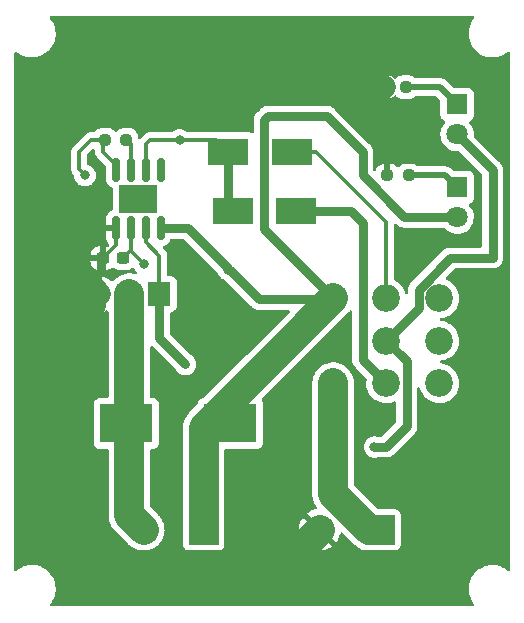
<source format=gbr>
%TF.GenerationSoftware,KiCad,Pcbnew,(6.0.2)*%
%TF.CreationDate,2022-08-06T16:36:37+03:00*%
%TF.ProjectId,NE555_PWM_Driver,4e453535-355f-4505-974d-5f4472697665,rev?*%
%TF.SameCoordinates,Original*%
%TF.FileFunction,Copper,L1,Top*%
%TF.FilePolarity,Positive*%
%FSLAX46Y46*%
G04 Gerber Fmt 4.6, Leading zero omitted, Abs format (unit mm)*
G04 Created by KiCad (PCBNEW (6.0.2)) date 2022-08-06 16:36:37*
%MOMM*%
%LPD*%
G01*
G04 APERTURE LIST*
G04 Aperture macros list*
%AMRoundRect*
0 Rectangle with rounded corners*
0 $1 Rounding radius*
0 $2 $3 $4 $5 $6 $7 $8 $9 X,Y pos of 4 corners*
0 Add a 4 corners polygon primitive as box body*
4,1,4,$2,$3,$4,$5,$6,$7,$8,$9,$2,$3,0*
0 Add four circle primitives for the rounded corners*
1,1,$1+$1,$2,$3*
1,1,$1+$1,$4,$5*
1,1,$1+$1,$6,$7*
1,1,$1+$1,$8,$9*
0 Add four rect primitives between the rounded corners*
20,1,$1+$1,$2,$3,$4,$5,0*
20,1,$1+$1,$4,$5,$6,$7,0*
20,1,$1+$1,$6,$7,$8,$9,0*
20,1,$1+$1,$8,$9,$2,$3,0*%
G04 Aperture macros list end*
%TA.AperFunction,ComponentPad*%
%ADD10R,2.500000X2.500000*%
%TD*%
%TA.AperFunction,ComponentPad*%
%ADD11C,2.500000*%
%TD*%
%TA.AperFunction,ComponentPad*%
%ADD12R,1.800000X1.800000*%
%TD*%
%TA.AperFunction,ComponentPad*%
%ADD13C,1.800000*%
%TD*%
%TA.AperFunction,SMDPad,CuDef*%
%ADD14RoundRect,0.237500X-0.250000X-0.237500X0.250000X-0.237500X0.250000X0.237500X-0.250000X0.237500X0*%
%TD*%
%TA.AperFunction,SMDPad,CuDef*%
%ADD15RoundRect,0.237500X0.250000X0.237500X-0.250000X0.237500X-0.250000X-0.237500X0.250000X-0.237500X0*%
%TD*%
%TA.AperFunction,SMDPad,CuDef*%
%ADD16R,3.500000X2.300000*%
%TD*%
%TA.AperFunction,SMDPad,CuDef*%
%ADD17RoundRect,0.150000X0.150000X-0.825000X0.150000X0.825000X-0.150000X0.825000X-0.150000X-0.825000X0*%
%TD*%
%TA.AperFunction,SMDPad,CuDef*%
%ADD18R,3.300000X2.410000*%
%TD*%
%TA.AperFunction,ComponentPad*%
%ADD19R,1.905000X2.000000*%
%TD*%
%TA.AperFunction,ComponentPad*%
%ADD20O,1.905000X2.000000*%
%TD*%
%TA.AperFunction,SMDPad,CuDef*%
%ADD21R,4.500000X3.300000*%
%TD*%
%TA.AperFunction,ComponentPad*%
%ADD22C,2.340000*%
%TD*%
%TA.AperFunction,SMDPad,CuDef*%
%ADD23RoundRect,0.237500X0.300000X0.237500X-0.300000X0.237500X-0.300000X-0.237500X0.300000X-0.237500X0*%
%TD*%
%TA.AperFunction,ViaPad*%
%ADD24C,0.800000*%
%TD*%
%TA.AperFunction,Conductor*%
%ADD25C,0.750000*%
%TD*%
%TA.AperFunction,Conductor*%
%ADD26C,0.300000*%
%TD*%
%TA.AperFunction,Conductor*%
%ADD27C,2.000000*%
%TD*%
%TA.AperFunction,Conductor*%
%ADD28C,2.500000*%
%TD*%
%TA.AperFunction,Conductor*%
%ADD29C,0.500000*%
%TD*%
G04 APERTURE END LIST*
D10*
%TO.P,J1,1,Pin_1*%
%TO.N,Net-(J1-Pad1)*%
X187455000Y-120000000D03*
D11*
%TO.P,J1,2,Pin_2*%
%TO.N,GND*%
X182375000Y-120000000D03*
%TD*%
D12*
%TO.P,D4,1,K*%
%TO.N,Net-(D4-Pad1)*%
X194000000Y-91000000D03*
D13*
%TO.P,D4,2,A*%
%TO.N,VCC*%
X194000000Y-93540000D03*
%TD*%
D14*
%TO.P,R2,1*%
%TO.N,VCC*%
X164175000Y-87000000D03*
%TO.P,R2,2*%
%TO.N,Net-(R2-Pad2)*%
X166000000Y-87000000D03*
%TD*%
D15*
%TO.P,R4,1*%
%TO.N,Net-(D4-Pad1)*%
X189912500Y-90000000D03*
%TO.P,R4,2*%
%TO.N,GND*%
X188087500Y-90000000D03*
%TD*%
D12*
%TO.P,D3,1,K*%
%TO.N,Net-(D3-Pad1)*%
X194000000Y-84000000D03*
D13*
%TO.P,D3,2,A*%
%TO.N,OUT*%
X194000000Y-86540000D03*
%TD*%
D16*
%TO.P,D1,1,K*%
%TO.N,pin_2*%
X175000000Y-93000000D03*
%TO.P,D1,2,A*%
%TO.N,Net-(D1-Pad2)*%
X180400000Y-93000000D03*
%TD*%
D17*
%TO.P,U1,1,GND*%
%TO.N,GND*%
X165095000Y-94475000D03*
%TO.P,U1,2,TR*%
%TO.N,pin_2*%
X166365000Y-94475000D03*
%TO.P,U1,3,Q*%
%TO.N,OUT*%
X167635000Y-94475000D03*
%TO.P,U1,4,R*%
%TO.N,VCC*%
X168905000Y-94475000D03*
%TO.P,U1,5,CV*%
%TO.N,unconnected-(U1-Pad5)*%
X168905000Y-89525000D03*
%TO.P,U1,6,THR*%
%TO.N,pin_2*%
X167635000Y-89525000D03*
%TO.P,U1,7,DIS*%
%TO.N,Net-(R2-Pad2)*%
X166365000Y-89525000D03*
%TO.P,U1,8,VCC*%
%TO.N,VCC*%
X165095000Y-89525000D03*
D18*
%TO.P,U1,9*%
%TO.N,N/C*%
X167000000Y-92000000D03*
%TD*%
D19*
%TO.P,Q1,1,G*%
%TO.N,OUT*%
X168790000Y-100055000D03*
D20*
%TO.P,Q1,2,D*%
%TO.N,Net-(D5-Pad2)*%
X166250000Y-100055000D03*
%TO.P,Q1,3,S*%
%TO.N,GND*%
X163710000Y-100055000D03*
%TD*%
D21*
%TO.P,D5,1,K*%
%TO.N,VCC*%
X174800000Y-111000000D03*
%TO.P,D5,2,A*%
%TO.N,Net-(D5-Pad2)*%
X166000000Y-111000000D03*
%TD*%
D22*
%TO.P,R1,1,1*%
%TO.N,unconnected-(R1-Pad1)*%
X192500000Y-107600000D03*
%TO.P,R1,2,2*%
%TO.N,unconnected-(R1-Pad2)*%
X192500000Y-104000000D03*
%TO.P,R1,3,3*%
%TO.N,unconnected-(R1-Pad3)*%
X192500000Y-100400000D03*
%TO.P,R1,4,4*%
%TO.N,Net-(D1-Pad2)*%
X188000000Y-107600000D03*
%TO.P,R1,5,5*%
%TO.N,OUT*%
X188000000Y-104000000D03*
%TO.P,R1,6,6*%
%TO.N,Net-(D2-Pad1)*%
X188000000Y-100400000D03*
%TO.P,R1,7*%
%TO.N,Net-(J1-Pad1)*%
X183500000Y-107600000D03*
%TO.P,R1,8*%
%TO.N,VCC*%
X183500000Y-100400000D03*
%TD*%
D23*
%TO.P,C1,1*%
%TO.N,pin_2*%
X165725000Y-97000000D03*
%TO.P,C1,2*%
%TO.N,GND*%
X164000000Y-97000000D03*
%TD*%
D10*
%TO.P,J2,1,Pin_1*%
%TO.N,VCC*%
X172545000Y-120000000D03*
D11*
%TO.P,J2,2,Pin_2*%
%TO.N,Net-(D5-Pad2)*%
X167465000Y-120000000D03*
%TD*%
D16*
%TO.P,D2,1,K*%
%TO.N,Net-(D2-Pad1)*%
X180000000Y-88000000D03*
%TO.P,D2,2,A*%
%TO.N,pin_2*%
X174600000Y-88000000D03*
%TD*%
D15*
%TO.P,R3,1*%
%TO.N,Net-(D3-Pad1)*%
X189657776Y-82522500D03*
%TO.P,R3,2*%
%TO.N,GND*%
X187832776Y-82522500D03*
%TD*%
D24*
%TO.N,pin_2*%
X167500000Y-97500000D03*
X170500000Y-87000000D03*
%TO.N,OUT*%
X171000000Y-106000000D03*
X187000000Y-113000000D03*
%TO.N,VCC*%
X174625000Y-98000000D03*
X162500000Y-90000000D03*
%TD*%
D25*
%TO.N,pin_2*%
X174600000Y-88000000D02*
X174600000Y-92600000D01*
D26*
X167635000Y-89525000D02*
X167635000Y-87365000D01*
X166365000Y-94475000D02*
X166365000Y-96360000D01*
X166365000Y-96360000D02*
X165725000Y-97000000D01*
X166365000Y-96360000D02*
X166365000Y-96365000D01*
D25*
X174600000Y-92600000D02*
X175000000Y-93000000D01*
D26*
X173600000Y-87000000D02*
X174600000Y-88000000D01*
X168000000Y-87000000D02*
X170500000Y-87000000D01*
X170500000Y-87000000D02*
X173600000Y-87000000D01*
X166365000Y-96365000D02*
X167500000Y-97500000D01*
X167635000Y-87365000D02*
X168000000Y-87000000D01*
%TO.N,GND*%
X164000000Y-97000000D02*
X163710000Y-97290000D01*
D27*
X163477500Y-82522500D02*
X160000000Y-86000000D01*
D26*
X163710000Y-97290000D02*
X163710000Y-100055000D01*
D28*
X182375000Y-120000000D02*
X178375000Y-124000000D01*
D26*
X165095000Y-94475000D02*
X165095000Y-95905000D01*
D29*
X188087500Y-83087500D02*
X188000000Y-83000000D01*
D27*
X187832776Y-82522500D02*
X163477500Y-82522500D01*
X160000000Y-96345000D02*
X163710000Y-100055000D01*
D26*
X165095000Y-95905000D02*
X164000000Y-97000000D01*
D28*
X162000000Y-124000000D02*
X162000000Y-102000000D01*
X178375000Y-124000000D02*
X162000000Y-124000000D01*
D29*
X188087500Y-90000000D02*
X188087500Y-83087500D01*
D27*
X160000000Y-86000000D02*
X160000000Y-96345000D01*
D28*
X162000000Y-102000000D02*
X163000000Y-101000000D01*
D25*
%TO.N,Net-(D1-Pad2)*%
X186000000Y-94000000D02*
X185000000Y-93000000D01*
X186000000Y-105600000D02*
X186000000Y-94000000D01*
X188000000Y-107600000D02*
X186000000Y-105600000D01*
X185000000Y-93000000D02*
X180400000Y-93000000D01*
D26*
%TO.N,Net-(D2-Pad1)*%
X182050000Y-88000000D02*
X180000000Y-88000000D01*
X188000000Y-93950000D02*
X182050000Y-88000000D01*
X188000000Y-100400000D02*
X188000000Y-93950000D01*
D29*
%TO.N,Net-(D3-Pad1)*%
X189657776Y-82522500D02*
X192522500Y-82522500D01*
X192522500Y-82522500D02*
X194000000Y-84000000D01*
D25*
%TO.N,OUT*%
X193432888Y-97000000D02*
X197000000Y-97000000D01*
D26*
X167635000Y-94475000D02*
X167635000Y-95635000D01*
D25*
X188000000Y-113000000D02*
X187000000Y-113000000D01*
X188000000Y-104000000D02*
X190755489Y-101244511D01*
D26*
X167635000Y-95635000D02*
X168790000Y-96790000D01*
D25*
X197000000Y-97000000D02*
X197000000Y-89540000D01*
X190755489Y-101244511D02*
X190755489Y-99677399D01*
X189744511Y-105744511D02*
X189744511Y-111255489D01*
X171000000Y-106000000D02*
X168790000Y-103790000D01*
D26*
X168790000Y-96790000D02*
X168790000Y-100055000D01*
D25*
X197000000Y-89540000D02*
X194000000Y-86540000D01*
X188000000Y-104000000D02*
X189744511Y-105744511D01*
X189744511Y-111255489D02*
X188000000Y-113000000D01*
X168790000Y-103790000D02*
X168790000Y-100055000D01*
X190755489Y-99677399D02*
X193432888Y-97000000D01*
D29*
%TO.N,Net-(D4-Pad1)*%
X193000000Y-90000000D02*
X194000000Y-91000000D01*
X189912500Y-90000000D02*
X193000000Y-90000000D01*
D25*
%TO.N,VCC*%
X178000000Y-85000000D02*
X183000000Y-85000000D01*
X174750000Y-98000000D02*
X177250000Y-100500000D01*
X189540000Y-93540000D02*
X194000000Y-93540000D01*
D26*
X164000000Y-87175000D02*
X164175000Y-87000000D01*
D25*
X177675489Y-85324511D02*
X178000000Y-85000000D01*
X186000000Y-90000000D02*
X189540000Y-93540000D01*
D26*
X162500000Y-90000000D02*
X162000000Y-89500000D01*
D25*
X174625000Y-98000000D02*
X174750000Y-98000000D01*
D26*
X165095000Y-89095000D02*
X164000000Y-88000000D01*
D25*
X183500000Y-100400000D02*
X177675489Y-94575489D01*
D26*
X163000000Y-87000000D02*
X164175000Y-87000000D01*
D25*
X183000000Y-85000000D02*
X186000000Y-88000000D01*
D26*
X164000000Y-88000000D02*
X164000000Y-87175000D01*
D25*
X186000000Y-88000000D02*
X186000000Y-90000000D01*
D26*
X164175000Y-87000000D02*
X163940030Y-87000000D01*
X162000000Y-88000000D02*
X163000000Y-87000000D01*
D25*
X183400000Y-100500000D02*
X183500000Y-100400000D01*
X177675489Y-94575489D02*
X177675489Y-85324511D01*
D28*
X172545000Y-111355000D02*
X172545000Y-120000000D01*
D26*
X165095000Y-89525000D02*
X165095000Y-89095000D01*
D25*
X174625000Y-97875000D02*
X171225000Y-94475000D01*
X174625000Y-98000000D02*
X174625000Y-97875000D01*
D28*
X183500000Y-100400000D02*
X172545000Y-111355000D01*
D25*
X171225000Y-94475000D02*
X168905000Y-94475000D01*
X177250000Y-100500000D02*
X183400000Y-100500000D01*
D26*
X162000000Y-89500000D02*
X162000000Y-88000000D01*
D28*
%TO.N,Net-(J1-Pad1)*%
X183500000Y-116955000D02*
X186545000Y-120000000D01*
X183500000Y-107600000D02*
X183500000Y-116955000D01*
%TO.N,Net-(D5-Pad2)*%
X166250000Y-100055000D02*
X166250000Y-118785000D01*
X166250000Y-118785000D02*
X167465000Y-120000000D01*
D26*
%TO.N,Net-(R2-Pad2)*%
X166365000Y-87365000D02*
X166000000Y-87000000D01*
X166365000Y-89525000D02*
X166365000Y-87365000D01*
%TD*%
%TA.AperFunction,Conductor*%
%TO.N,GND*%
G36*
X195422881Y-76528002D02*
G01*
X195469374Y-76581658D01*
X195479478Y-76651932D01*
X195451883Y-76714229D01*
X195449194Y-76717062D01*
X195289428Y-76939400D01*
X195161314Y-77181364D01*
X195067225Y-77438477D01*
X195008899Y-77705980D01*
X194987418Y-77978924D01*
X194987835Y-77986150D01*
X195003179Y-78252257D01*
X195004004Y-78256462D01*
X195004005Y-78256470D01*
X195032848Y-78403483D01*
X195055889Y-78520923D01*
X195057276Y-78524974D01*
X195075275Y-78577544D01*
X195144573Y-78779950D01*
X195146499Y-78783779D01*
X195209495Y-78909032D01*
X195267591Y-79024544D01*
X195270017Y-79028073D01*
X195270020Y-79028079D01*
X195304642Y-79078454D01*
X195422666Y-79250179D01*
X195606929Y-79452681D01*
X195816969Y-79628302D01*
X195820595Y-79630577D01*
X195820597Y-79630578D01*
X195870703Y-79662009D01*
X196048901Y-79773792D01*
X196052803Y-79775554D01*
X196052807Y-79775556D01*
X196294520Y-79884694D01*
X196294524Y-79884696D01*
X196298432Y-79886460D01*
X196302551Y-79887680D01*
X196556832Y-79963002D01*
X196556837Y-79963003D01*
X196560945Y-79964220D01*
X196565179Y-79964868D01*
X196565184Y-79964869D01*
X196827340Y-80004984D01*
X196827342Y-80004984D01*
X196831582Y-80005633D01*
X196970913Y-80007822D01*
X197101045Y-80009867D01*
X197101051Y-80009867D01*
X197105336Y-80009934D01*
X197377141Y-79977042D01*
X197641967Y-79907566D01*
X197894914Y-79802792D01*
X198131301Y-79664658D01*
X198288253Y-79541592D01*
X198354202Y-79515300D01*
X198423897Y-79528835D01*
X198475209Y-79577902D01*
X198492000Y-79640746D01*
X198492000Y-123360343D01*
X198471998Y-123428464D01*
X198418342Y-123474957D01*
X198348068Y-123485061D01*
X198286194Y-123457847D01*
X198169233Y-123362114D01*
X198169226Y-123362109D01*
X198165915Y-123359399D01*
X197932472Y-123216345D01*
X197928555Y-123214626D01*
X197928552Y-123214624D01*
X197818232Y-123166197D01*
X197681775Y-123106297D01*
X197677647Y-123105121D01*
X197677644Y-123105120D01*
X197596557Y-123082022D01*
X197418462Y-123031290D01*
X197414220Y-123030686D01*
X197414214Y-123030685D01*
X197215596Y-123002418D01*
X197147406Y-122992713D01*
X197003671Y-122991961D01*
X196877908Y-122991302D01*
X196877902Y-122991302D01*
X196873622Y-122991280D01*
X196869378Y-122991839D01*
X196869374Y-122991839D01*
X196750397Y-123007503D01*
X196602177Y-123027016D01*
X196598037Y-123028149D01*
X196598035Y-123028149D01*
X196582251Y-123032467D01*
X196338093Y-123099261D01*
X196086257Y-123206678D01*
X195851329Y-123347280D01*
X195847978Y-123349964D01*
X195847976Y-123349966D01*
X195832813Y-123362114D01*
X195637657Y-123518463D01*
X195449194Y-123717062D01*
X195289428Y-123939400D01*
X195161314Y-124181364D01*
X195067225Y-124438477D01*
X195008899Y-124705980D01*
X194987418Y-124978924D01*
X194987835Y-124986150D01*
X195003179Y-125252257D01*
X195004004Y-125256462D01*
X195004005Y-125256470D01*
X195032848Y-125403483D01*
X195055889Y-125520923D01*
X195057276Y-125524974D01*
X195075275Y-125577544D01*
X195144573Y-125779950D01*
X195146499Y-125783779D01*
X195209495Y-125909032D01*
X195267591Y-126024544D01*
X195270017Y-126028073D01*
X195270020Y-126028079D01*
X195375436Y-126181459D01*
X195422666Y-126250179D01*
X195425553Y-126253352D01*
X195425554Y-126253353D01*
X195450893Y-126281200D01*
X195481945Y-126345046D01*
X195473550Y-126415545D01*
X195428374Y-126470313D01*
X195357700Y-126492000D01*
X159644491Y-126492000D01*
X159576370Y-126471998D01*
X159529877Y-126418342D01*
X159519773Y-126348068D01*
X159542944Y-126291407D01*
X159696830Y-126081916D01*
X159696837Y-126081905D01*
X159699372Y-126078454D01*
X159701418Y-126074686D01*
X159827962Y-125841621D01*
X159827963Y-125841619D01*
X159830012Y-125837845D01*
X159926789Y-125581732D01*
X159987912Y-125314854D01*
X160000031Y-125179075D01*
X160012031Y-125044616D01*
X160012251Y-125042151D01*
X160012692Y-125000000D01*
X160010964Y-124974653D01*
X159994362Y-124731123D01*
X159994361Y-124731117D01*
X159994070Y-124726846D01*
X159938550Y-124458747D01*
X159847157Y-124200664D01*
X159839277Y-124185395D01*
X159723550Y-123961178D01*
X159723549Y-123961177D01*
X159721585Y-123957371D01*
X159719122Y-123953866D01*
X159566619Y-123736877D01*
X159566614Y-123736871D01*
X159564155Y-123733372D01*
X159377782Y-123532811D01*
X159374466Y-123530097D01*
X159374463Y-123530094D01*
X159169233Y-123362114D01*
X159169226Y-123362109D01*
X159165915Y-123359399D01*
X158932472Y-123216345D01*
X158928555Y-123214626D01*
X158928552Y-123214624D01*
X158818232Y-123166197D01*
X158681775Y-123106297D01*
X158677647Y-123105121D01*
X158677644Y-123105120D01*
X158596557Y-123082022D01*
X158418462Y-123031290D01*
X158414220Y-123030686D01*
X158414214Y-123030685D01*
X158215596Y-123002418D01*
X158147406Y-122992713D01*
X158003671Y-122991961D01*
X157877908Y-122991302D01*
X157877902Y-122991302D01*
X157873622Y-122991280D01*
X157869378Y-122991839D01*
X157869374Y-122991839D01*
X157750397Y-123007503D01*
X157602177Y-123027016D01*
X157598037Y-123028149D01*
X157598035Y-123028149D01*
X157582251Y-123032467D01*
X157338093Y-123099261D01*
X157086257Y-123206678D01*
X156851329Y-123347280D01*
X156847978Y-123349964D01*
X156847976Y-123349966D01*
X156712780Y-123458278D01*
X156647111Y-123485260D01*
X156577278Y-123472455D01*
X156525455Y-123423928D01*
X156508000Y-123359944D01*
X156508000Y-100325111D01*
X162262798Y-100325111D01*
X162263751Y-100336704D01*
X162265433Y-100346866D01*
X162321422Y-100569771D01*
X162324741Y-100579519D01*
X162416385Y-100790289D01*
X162421251Y-100799364D01*
X162546085Y-100992327D01*
X162552378Y-101000498D01*
X162707050Y-101170480D01*
X162714583Y-101177506D01*
X162894944Y-101319945D01*
X162903531Y-101325650D01*
X163104722Y-101436714D01*
X163114134Y-101440944D01*
X163330768Y-101517659D01*
X163340739Y-101520293D01*
X163438163Y-101537647D01*
X163451460Y-101536187D01*
X163456000Y-101521630D01*
X163456000Y-100327115D01*
X163451525Y-100311876D01*
X163450135Y-100310671D01*
X163442452Y-100309000D01*
X162279588Y-100309000D01*
X162264859Y-100313325D01*
X162262798Y-100325111D01*
X156508000Y-100325111D01*
X156508000Y-99782987D01*
X162265099Y-99782987D01*
X162267747Y-99797608D01*
X162280124Y-99801000D01*
X163437885Y-99801000D01*
X163453124Y-99796525D01*
X163454329Y-99795135D01*
X163456000Y-99787452D01*
X163456000Y-98586904D01*
X163452082Y-98573560D01*
X163437806Y-98571573D01*
X163375485Y-98581110D01*
X163365457Y-98583499D01*
X163147012Y-98654898D01*
X163137503Y-98658895D01*
X162933656Y-98765011D01*
X162924931Y-98770505D01*
X162741148Y-98908493D01*
X162733441Y-98915336D01*
X162574661Y-99081491D01*
X162568174Y-99089501D01*
X162438670Y-99279347D01*
X162433571Y-99288321D01*
X162336813Y-99496769D01*
X162333250Y-99506456D01*
X162271835Y-99727908D01*
X162269904Y-99738030D01*
X162265099Y-99782987D01*
X156508000Y-99782987D01*
X156508000Y-97283766D01*
X162954500Y-97283766D01*
X162954837Y-97290282D01*
X162964575Y-97384132D01*
X162967468Y-97397528D01*
X163017988Y-97548953D01*
X163024153Y-97562115D01*
X163107926Y-97697492D01*
X163116960Y-97708890D01*
X163229629Y-97821363D01*
X163241040Y-97830375D01*
X163376563Y-97913912D01*
X163389741Y-97920056D01*
X163541266Y-97970315D01*
X163554632Y-97973181D01*
X163647270Y-97982672D01*
X163653685Y-97983000D01*
X163727885Y-97983000D01*
X163743124Y-97978525D01*
X163744329Y-97977135D01*
X163746000Y-97969452D01*
X163746000Y-97272115D01*
X163741525Y-97256876D01*
X163740135Y-97255671D01*
X163732452Y-97254000D01*
X162972615Y-97254000D01*
X162957376Y-97258475D01*
X162956171Y-97259865D01*
X162954500Y-97267548D01*
X162954500Y-97283766D01*
X156508000Y-97283766D01*
X156508000Y-96727885D01*
X162954500Y-96727885D01*
X162958975Y-96743124D01*
X162960365Y-96744329D01*
X162968048Y-96746000D01*
X163727885Y-96746000D01*
X163743124Y-96741525D01*
X163744329Y-96740135D01*
X163746000Y-96732452D01*
X163746000Y-96035115D01*
X163741525Y-96019876D01*
X163740135Y-96018671D01*
X163732452Y-96017000D01*
X163653734Y-96017000D01*
X163647218Y-96017337D01*
X163553368Y-96027075D01*
X163539972Y-96029968D01*
X163388547Y-96080488D01*
X163375385Y-96086653D01*
X163240008Y-96170426D01*
X163228610Y-96179460D01*
X163116137Y-96292129D01*
X163107125Y-96303540D01*
X163023588Y-96439063D01*
X163017444Y-96452241D01*
X162967185Y-96603766D01*
X162964319Y-96617132D01*
X162954828Y-96709770D01*
X162954500Y-96716185D01*
X162954500Y-96727885D01*
X156508000Y-96727885D01*
X156508000Y-87979152D01*
X161336594Y-87979152D01*
X161337340Y-87987043D01*
X161340941Y-88025138D01*
X161341500Y-88036996D01*
X161341500Y-89417944D01*
X161340941Y-89429800D01*
X161339212Y-89437537D01*
X161339461Y-89445459D01*
X161341438Y-89508369D01*
X161341500Y-89512327D01*
X161341500Y-89541432D01*
X161342056Y-89545832D01*
X161342988Y-89557664D01*
X161344438Y-89603831D01*
X161346650Y-89611444D01*
X161346650Y-89611445D01*
X161350419Y-89624416D01*
X161354430Y-89643782D01*
X161357118Y-89665064D01*
X161360034Y-89672429D01*
X161360035Y-89672433D01*
X161374126Y-89708021D01*
X161377965Y-89719231D01*
X161390855Y-89763600D01*
X161401775Y-89782065D01*
X161410466Y-89799805D01*
X161418365Y-89819756D01*
X161445516Y-89857126D01*
X161452033Y-89867048D01*
X161471507Y-89899977D01*
X161471510Y-89899981D01*
X161475547Y-89906807D01*
X161490711Y-89921971D01*
X161503551Y-89937004D01*
X161516159Y-89954357D01*
X161548319Y-89980962D01*
X161588058Y-90039796D01*
X161593314Y-90064876D01*
X161606458Y-90189928D01*
X161665473Y-90371556D01*
X161760960Y-90536944D01*
X161888747Y-90678866D01*
X161943794Y-90718860D01*
X162025884Y-90778502D01*
X162043248Y-90791118D01*
X162049276Y-90793802D01*
X162049278Y-90793803D01*
X162211681Y-90866109D01*
X162217712Y-90868794D01*
X162291603Y-90884500D01*
X162398056Y-90907128D01*
X162398061Y-90907128D01*
X162404513Y-90908500D01*
X162595487Y-90908500D01*
X162601939Y-90907128D01*
X162601944Y-90907128D01*
X162708397Y-90884500D01*
X162782288Y-90868794D01*
X162788319Y-90866109D01*
X162950722Y-90793803D01*
X162950724Y-90793802D01*
X162956752Y-90791118D01*
X162974117Y-90778502D01*
X163056206Y-90718860D01*
X163111253Y-90678866D01*
X163239040Y-90536944D01*
X163334527Y-90371556D01*
X163393542Y-90189928D01*
X163413504Y-90000000D01*
X163406290Y-89931364D01*
X163394232Y-89816635D01*
X163394232Y-89816633D01*
X163393542Y-89810072D01*
X163334527Y-89628444D01*
X163329339Y-89619457D01*
X163266772Y-89511089D01*
X163239040Y-89463056D01*
X163222855Y-89445080D01*
X163115675Y-89326045D01*
X163115674Y-89326044D01*
X163111253Y-89321134D01*
X162974308Y-89221637D01*
X162962094Y-89212763D01*
X162962093Y-89212762D01*
X162956752Y-89208882D01*
X162950724Y-89206198D01*
X162950722Y-89206197D01*
X162788319Y-89133891D01*
X162788318Y-89133891D01*
X162782288Y-89131206D01*
X162775833Y-89129834D01*
X162775830Y-89129833D01*
X162758304Y-89126108D01*
X162695830Y-89092380D01*
X162661509Y-89030231D01*
X162658500Y-89002861D01*
X162658500Y-88324950D01*
X162678502Y-88256829D01*
X162695405Y-88235855D01*
X163126405Y-87804855D01*
X163188717Y-87770829D01*
X163259532Y-87775894D01*
X163316368Y-87818441D01*
X163341179Y-87884961D01*
X163341500Y-87893950D01*
X163341500Y-87917944D01*
X163340941Y-87929800D01*
X163339212Y-87937537D01*
X163339720Y-87953694D01*
X163341438Y-88008369D01*
X163341500Y-88012327D01*
X163341500Y-88041432D01*
X163342056Y-88045832D01*
X163342988Y-88057664D01*
X163344438Y-88103831D01*
X163346650Y-88111444D01*
X163346650Y-88111445D01*
X163350419Y-88124416D01*
X163354430Y-88143782D01*
X163357118Y-88165064D01*
X163360034Y-88172429D01*
X163360035Y-88172433D01*
X163374126Y-88208021D01*
X163377965Y-88219231D01*
X163390855Y-88263600D01*
X163401775Y-88282065D01*
X163410466Y-88299805D01*
X163418365Y-88319756D01*
X163425119Y-88329052D01*
X163445516Y-88357126D01*
X163452033Y-88367048D01*
X163471507Y-88399977D01*
X163471510Y-88399981D01*
X163475547Y-88406807D01*
X163490711Y-88421971D01*
X163503551Y-88437004D01*
X163516159Y-88454357D01*
X163551752Y-88483802D01*
X163560532Y-88491792D01*
X164249595Y-89180855D01*
X164283621Y-89243167D01*
X164286500Y-89269950D01*
X164286500Y-90416502D01*
X164289438Y-90453831D01*
X164335855Y-90613601D01*
X164339892Y-90620427D01*
X164416509Y-90749980D01*
X164416511Y-90749983D01*
X164420547Y-90756807D01*
X164538193Y-90874453D01*
X164545017Y-90878489D01*
X164545020Y-90878491D01*
X164612180Y-90918209D01*
X164681399Y-90959145D01*
X164689010Y-90961356D01*
X164689012Y-90961357D01*
X164750653Y-90979265D01*
X164810488Y-91017478D01*
X164840166Y-91081974D01*
X164841500Y-91100262D01*
X164841500Y-92900259D01*
X164821498Y-92968380D01*
X164767842Y-93014873D01*
X164750653Y-93021256D01*
X164689212Y-93039106D01*
X164674779Y-93045352D01*
X164545322Y-93121911D01*
X164532896Y-93131551D01*
X164426551Y-93237896D01*
X164416911Y-93250322D01*
X164340352Y-93379779D01*
X164334107Y-93394210D01*
X164291731Y-93540065D01*
X164289430Y-93552667D01*
X164287193Y-93581084D01*
X164287000Y-93586014D01*
X164287000Y-94202885D01*
X164291475Y-94218124D01*
X164292865Y-94219329D01*
X164300548Y-94221000D01*
X165223000Y-94221000D01*
X165291121Y-94241002D01*
X165337614Y-94294658D01*
X165349000Y-94347000D01*
X165349000Y-94603000D01*
X165328998Y-94671121D01*
X165275342Y-94717614D01*
X165223000Y-94729000D01*
X164305116Y-94729000D01*
X164289877Y-94733475D01*
X164288672Y-94734865D01*
X164287001Y-94742548D01*
X164287001Y-95363984D01*
X164287195Y-95368920D01*
X164289430Y-95397336D01*
X164291730Y-95409931D01*
X164334107Y-95555790D01*
X164340352Y-95570221D01*
X164416911Y-95699678D01*
X164426551Y-95712104D01*
X164524490Y-95810043D01*
X164558516Y-95872355D01*
X164553451Y-95943170D01*
X164510904Y-96000006D01*
X164444384Y-96024817D01*
X164422552Y-96024482D01*
X164352730Y-96017328D01*
X164346315Y-96017000D01*
X164272115Y-96017000D01*
X164256876Y-96021475D01*
X164255671Y-96022865D01*
X164254000Y-96030548D01*
X164254000Y-97964885D01*
X164258475Y-97980124D01*
X164259865Y-97981329D01*
X164267548Y-97983000D01*
X164346266Y-97983000D01*
X164352782Y-97982663D01*
X164446632Y-97972925D01*
X164460028Y-97970032D01*
X164611453Y-97919512D01*
X164624615Y-97913347D01*
X164759992Y-97829574D01*
X164771394Y-97820536D01*
X164773067Y-97818861D01*
X164774493Y-97818081D01*
X164777127Y-97815993D01*
X164777484Y-97816444D01*
X164835349Y-97784781D01*
X164906169Y-97789784D01*
X164951254Y-97818701D01*
X164953093Y-97820536D01*
X164959497Y-97826929D01*
X164965727Y-97830769D01*
X164965728Y-97830770D01*
X165051272Y-97883500D01*
X165107580Y-97918209D01*
X165272691Y-97972974D01*
X165279527Y-97973674D01*
X165279530Y-97973675D01*
X165326870Y-97978525D01*
X165375428Y-97983500D01*
X166074572Y-97983500D01*
X166077818Y-97983163D01*
X166077822Y-97983163D01*
X166171735Y-97973419D01*
X166171739Y-97973418D01*
X166178593Y-97972707D01*
X166185129Y-97970526D01*
X166185131Y-97970526D01*
X166317895Y-97926232D01*
X166343607Y-97917654D01*
X166489918Y-97827114D01*
X166558370Y-97808276D01*
X166626140Y-97829437D01*
X166662937Y-97873020D01*
X166665473Y-97871556D01*
X166760960Y-98036944D01*
X166765378Y-98041851D01*
X166765379Y-98041852D01*
X166872979Y-98161354D01*
X166903697Y-98225361D01*
X166894932Y-98295815D01*
X166849469Y-98350346D01*
X166781742Y-98371641D01*
X166740931Y-98365666D01*
X166661665Y-98340293D01*
X166403693Y-98298279D01*
X166289942Y-98296790D01*
X166147022Y-98294919D01*
X166147019Y-98294919D01*
X166142345Y-98294858D01*
X165883362Y-98330104D01*
X165632433Y-98403243D01*
X165628180Y-98405203D01*
X165628179Y-98405204D01*
X165595000Y-98420500D01*
X165395072Y-98512668D01*
X165358045Y-98536944D01*
X165180404Y-98653410D01*
X165180399Y-98653414D01*
X165176491Y-98655976D01*
X164981494Y-98830018D01*
X164978505Y-98833612D01*
X164978500Y-98833617D01*
X164898177Y-98930195D01*
X164839240Y-98969779D01*
X164768258Y-98971215D01*
X164715374Y-98941779D01*
X164705417Y-98932495D01*
X164525056Y-98790055D01*
X164516469Y-98784350D01*
X164315278Y-98673286D01*
X164305866Y-98669056D01*
X164089232Y-98592341D01*
X164079261Y-98589707D01*
X163981837Y-98572353D01*
X163968540Y-98573813D01*
X163964000Y-98588370D01*
X163964000Y-101523096D01*
X163967918Y-101536440D01*
X163982194Y-101538427D01*
X164044515Y-101528890D01*
X164054543Y-101526501D01*
X164272988Y-101455102D01*
X164282497Y-101451105D01*
X164307320Y-101438183D01*
X164376979Y-101424470D01*
X164442994Y-101450595D01*
X164484406Y-101508263D01*
X164491500Y-101549946D01*
X164491500Y-108715500D01*
X164471498Y-108783621D01*
X164417842Y-108830114D01*
X164365500Y-108841500D01*
X163701866Y-108841500D01*
X163639684Y-108848255D01*
X163503295Y-108899385D01*
X163386739Y-108986739D01*
X163299385Y-109103295D01*
X163248255Y-109239684D01*
X163241500Y-109301866D01*
X163241500Y-112698134D01*
X163248255Y-112760316D01*
X163299385Y-112896705D01*
X163386739Y-113013261D01*
X163503295Y-113100615D01*
X163639684Y-113151745D01*
X163701866Y-113158500D01*
X164365500Y-113158500D01*
X164433621Y-113178502D01*
X164480114Y-113232158D01*
X164491500Y-113284500D01*
X164491500Y-118730103D01*
X164491297Y-118737246D01*
X164487103Y-118811100D01*
X164487103Y-118811107D01*
X164486838Y-118815776D01*
X164487267Y-118820440D01*
X164497287Y-118929489D01*
X164497469Y-118931668D01*
X164505939Y-119045652D01*
X164506971Y-119050211D01*
X164507516Y-119052619D01*
X164510097Y-119068911D01*
X164510753Y-119076050D01*
X164511865Y-119080594D01*
X164537914Y-119187051D01*
X164538418Y-119189190D01*
X164563623Y-119300577D01*
X164565314Y-119304926D01*
X164565317Y-119304935D01*
X164566218Y-119307251D01*
X164571172Y-119322964D01*
X164572877Y-119329930D01*
X164574652Y-119334267D01*
X164574652Y-119334269D01*
X164616141Y-119435683D01*
X164616956Y-119437725D01*
X164626414Y-119462045D01*
X164658353Y-119544177D01*
X164660674Y-119548238D01*
X164661910Y-119550401D01*
X164669131Y-119565206D01*
X164671845Y-119571839D01*
X164730288Y-119670075D01*
X164731352Y-119671899D01*
X164767297Y-119734789D01*
X164788049Y-119771098D01*
X164792481Y-119776720D01*
X164801809Y-119790291D01*
X164805481Y-119796463D01*
X164808428Y-119800071D01*
X164808433Y-119800077D01*
X164877790Y-119884965D01*
X164879166Y-119886680D01*
X164944239Y-119969224D01*
X164949862Y-119976357D01*
X164978355Y-120003160D01*
X165026053Y-120048030D01*
X165028815Y-120050710D01*
X166128540Y-121150434D01*
X166132267Y-121154430D01*
X166134122Y-121156915D01*
X166149086Y-121171749D01*
X166237460Y-121259355D01*
X166237849Y-121259743D01*
X166268472Y-121290366D01*
X166269961Y-121291649D01*
X166272307Y-121293899D01*
X166319743Y-121340923D01*
X166323505Y-121343681D01*
X166323508Y-121343684D01*
X166350977Y-121363825D01*
X166356283Y-121367715D01*
X166365419Y-121374414D01*
X166373159Y-121380570D01*
X166416071Y-121417546D01*
X166420023Y-121420040D01*
X166420025Y-121420041D01*
X166470932Y-121452161D01*
X166478199Y-121457108D01*
X166530524Y-121495474D01*
X166549986Y-121505713D01*
X166580654Y-121521848D01*
X166589222Y-121526795D01*
X166637119Y-121557016D01*
X166647810Y-121561720D01*
X166696494Y-121583142D01*
X166704414Y-121586962D01*
X166757699Y-121614997D01*
X166757705Y-121614999D01*
X166761834Y-121617172D01*
X166815311Y-121635847D01*
X166824501Y-121639467D01*
X166876354Y-121662283D01*
X166880858Y-121663511D01*
X166880861Y-121663512D01*
X166938936Y-121679345D01*
X166947335Y-121681953D01*
X166998461Y-121699807D01*
X167008590Y-121703344D01*
X167013184Y-121704216D01*
X167013187Y-121704217D01*
X167064239Y-121713909D01*
X167073882Y-121716135D01*
X167128521Y-121731032D01*
X167192954Y-121738658D01*
X167201646Y-121739996D01*
X167260785Y-121751224D01*
X167260788Y-121751224D01*
X167265374Y-121752095D01*
X167321969Y-121754319D01*
X167331808Y-121755093D01*
X167388080Y-121761753D01*
X167412974Y-121760992D01*
X167452919Y-121759772D01*
X167461713Y-121759810D01*
X167521874Y-121762174D01*
X167521880Y-121762174D01*
X167526543Y-121762357D01*
X167561761Y-121758500D01*
X167582855Y-121756190D01*
X167592723Y-121755500D01*
X167635034Y-121754207D01*
X167649328Y-121753770D01*
X167697236Y-121745107D01*
X167713156Y-121742229D01*
X167721856Y-121740967D01*
X167781715Y-121734411D01*
X167781718Y-121734410D01*
X167786360Y-121733902D01*
X167841133Y-121719482D01*
X167850790Y-121717341D01*
X167857459Y-121716135D01*
X167906528Y-121707262D01*
X167967984Y-121686400D01*
X167976379Y-121683874D01*
X168039117Y-121667357D01*
X168091166Y-121644995D01*
X168100391Y-121641454D01*
X168116918Y-121635844D01*
X168149598Y-121624751D01*
X168149604Y-121624748D01*
X168154027Y-121623247D01*
X168211715Y-121593536D01*
X168219649Y-121589794D01*
X168274964Y-121566029D01*
X168274969Y-121566027D01*
X168279262Y-121564182D01*
X168327428Y-121534376D01*
X168336039Y-121529504D01*
X168382233Y-121505713D01*
X168382238Y-121505710D01*
X168386389Y-121503572D01*
X168390183Y-121500841D01*
X168390189Y-121500837D01*
X168439031Y-121465676D01*
X168446344Y-121460789D01*
X168497549Y-121429103D01*
X168497552Y-121429101D01*
X168501519Y-121426646D01*
X168544759Y-121390041D01*
X168552540Y-121383961D01*
X168598512Y-121350866D01*
X168601867Y-121347598D01*
X168644980Y-121305599D01*
X168651480Y-121299694D01*
X168701005Y-121257768D01*
X168704085Y-121254256D01*
X168704090Y-121254251D01*
X168738354Y-121215180D01*
X168745156Y-121208011D01*
X168785732Y-121168484D01*
X168824998Y-121116847D01*
X168830562Y-121110037D01*
X168870249Y-121064782D01*
X168873339Y-121061259D01*
X168903982Y-121013620D01*
X168909650Y-121005525D01*
X168941104Y-120964160D01*
X168943938Y-120960433D01*
X168975153Y-120903535D01*
X168979623Y-120896021D01*
X169014733Y-120841437D01*
X169037998Y-120789791D01*
X169042411Y-120780939D01*
X169069654Y-120731282D01*
X169092110Y-120670413D01*
X169095438Y-120662279D01*
X169120162Y-120607393D01*
X169122083Y-120603129D01*
X169137459Y-120548611D01*
X169140516Y-120539204D01*
X169158496Y-120490465D01*
X169158496Y-120490463D01*
X169160118Y-120486068D01*
X169173334Y-120422531D01*
X169175418Y-120414020D01*
X169193030Y-120351572D01*
X169200179Y-120295377D01*
X169201809Y-120285638D01*
X169213345Y-120230174D01*
X169217022Y-120165412D01*
X169217826Y-120156654D01*
X169225616Y-120095421D01*
X169225616Y-120095417D01*
X169226014Y-120092291D01*
X169228431Y-120000000D01*
X169228197Y-119996854D01*
X169228197Y-119996844D01*
X169227900Y-119992853D01*
X169227756Y-119976373D01*
X169228162Y-119969224D01*
X169217712Y-119855497D01*
X169217530Y-119853319D01*
X169209407Y-119744007D01*
X169209061Y-119739348D01*
X169207483Y-119732376D01*
X169204903Y-119716089D01*
X169204247Y-119708950D01*
X169203137Y-119704416D01*
X169203136Y-119704407D01*
X169177081Y-119597930D01*
X169176577Y-119595790D01*
X169152408Y-119488980D01*
X169151377Y-119484423D01*
X169148781Y-119477748D01*
X169143831Y-119462045D01*
X169143236Y-119459614D01*
X169143233Y-119459604D01*
X169142123Y-119455069D01*
X169098828Y-119349243D01*
X169098031Y-119347244D01*
X169088589Y-119322964D01*
X169056647Y-119240823D01*
X169053090Y-119234599D01*
X169045869Y-119219794D01*
X169043155Y-119213161D01*
X168984751Y-119114992D01*
X168983644Y-119113094D01*
X168929273Y-119017964D01*
X168929271Y-119017960D01*
X168926951Y-119013902D01*
X168922516Y-119008276D01*
X168913183Y-118994697D01*
X168911906Y-118992551D01*
X168909518Y-118988537D01*
X168880699Y-118953264D01*
X168837266Y-118900105D01*
X168835889Y-118898390D01*
X168810973Y-118866785D01*
X168765138Y-118808643D01*
X168688948Y-118736971D01*
X168686186Y-118734292D01*
X168045404Y-118093509D01*
X168011379Y-118031197D01*
X168008500Y-118004414D01*
X168008500Y-113284500D01*
X168028502Y-113216379D01*
X168082158Y-113169886D01*
X168134500Y-113158500D01*
X168298134Y-113158500D01*
X168360316Y-113151745D01*
X168496705Y-113100615D01*
X168613261Y-113013261D01*
X168700615Y-112896705D01*
X168751745Y-112760316D01*
X168758500Y-112698134D01*
X168758500Y-109301866D01*
X168751745Y-109239684D01*
X168700615Y-109103295D01*
X168613261Y-108986739D01*
X168496705Y-108899385D01*
X168360316Y-108848255D01*
X168298134Y-108841500D01*
X168134500Y-108841500D01*
X168066379Y-108821498D01*
X168019886Y-108767842D01*
X168008500Y-108715500D01*
X168008500Y-104562148D01*
X168028502Y-104494027D01*
X168082158Y-104447534D01*
X168152432Y-104437430D01*
X168217012Y-104466924D01*
X168223595Y-104473053D01*
X170212994Y-106462452D01*
X170233018Y-106488547D01*
X170260960Y-106536944D01*
X170265378Y-106541851D01*
X170265379Y-106541852D01*
X170370646Y-106658763D01*
X170388747Y-106678866D01*
X170543248Y-106791118D01*
X170549276Y-106793802D01*
X170549278Y-106793803D01*
X170711681Y-106866109D01*
X170717712Y-106868794D01*
X170811113Y-106888647D01*
X170898056Y-106907128D01*
X170898061Y-106907128D01*
X170904513Y-106908500D01*
X171095487Y-106908500D01*
X171101939Y-106907128D01*
X171101944Y-106907128D01*
X171188887Y-106888647D01*
X171282288Y-106868794D01*
X171288319Y-106866109D01*
X171450722Y-106793803D01*
X171450724Y-106793802D01*
X171456752Y-106791118D01*
X171611253Y-106678866D01*
X171629354Y-106658763D01*
X171734621Y-106541852D01*
X171734622Y-106541851D01*
X171739040Y-106536944D01*
X171834527Y-106371556D01*
X171893542Y-106189928D01*
X171901894Y-106110469D01*
X171912814Y-106006565D01*
X171913504Y-106000000D01*
X171909823Y-105964975D01*
X171894232Y-105816635D01*
X171894232Y-105816633D01*
X171893542Y-105810072D01*
X171834527Y-105628444D01*
X171825111Y-105612134D01*
X171783611Y-105540255D01*
X171739040Y-105463056D01*
X171700507Y-105420260D01*
X171615675Y-105326045D01*
X171615674Y-105326044D01*
X171611253Y-105321134D01*
X171470578Y-105218927D01*
X171455545Y-105206087D01*
X169710405Y-103460947D01*
X169676379Y-103398635D01*
X169673500Y-103371852D01*
X169673500Y-101689020D01*
X169693502Y-101620899D01*
X169747158Y-101574406D01*
X169790656Y-101563703D01*
X169790634Y-101563500D01*
X169794010Y-101563133D01*
X169794015Y-101563133D01*
X169814745Y-101560881D01*
X169852816Y-101556745D01*
X169989205Y-101505615D01*
X170105761Y-101418261D01*
X170193115Y-101301705D01*
X170244245Y-101165316D01*
X170251000Y-101103134D01*
X170251000Y-99006866D01*
X170244245Y-98944684D01*
X170193115Y-98808295D01*
X170105761Y-98691739D01*
X169989205Y-98604385D01*
X169852816Y-98553255D01*
X169790634Y-98546500D01*
X169574500Y-98546500D01*
X169506379Y-98526498D01*
X169459886Y-98472842D01*
X169448500Y-98420500D01*
X169448500Y-96872059D01*
X169449059Y-96860203D01*
X169450789Y-96852463D01*
X169448562Y-96781611D01*
X169448500Y-96777653D01*
X169448500Y-96748568D01*
X169447946Y-96744179D01*
X169447013Y-96732337D01*
X169446506Y-96716185D01*
X169445562Y-96686169D01*
X169439580Y-96665579D01*
X169435570Y-96646216D01*
X169433875Y-96632796D01*
X169433875Y-96632795D01*
X169432882Y-96624936D01*
X169429966Y-96617571D01*
X169429965Y-96617567D01*
X169415874Y-96581979D01*
X169412035Y-96570769D01*
X169399145Y-96526400D01*
X169388225Y-96507935D01*
X169379534Y-96490195D01*
X169371635Y-96470244D01*
X169344482Y-96432871D01*
X169337967Y-96422952D01*
X169318493Y-96390023D01*
X169318490Y-96390019D01*
X169314453Y-96383193D01*
X169299289Y-96368029D01*
X169286448Y-96352995D01*
X169278501Y-96342057D01*
X169273841Y-96335643D01*
X169238247Y-96306197D01*
X169229468Y-96298208D01*
X169098146Y-96166886D01*
X169064120Y-96104574D01*
X169069185Y-96033759D01*
X169111732Y-95976923D01*
X169159037Y-95956270D01*
X169158831Y-95955562D01*
X169164291Y-95953976D01*
X169164293Y-95953975D01*
X169165004Y-95953768D01*
X169165007Y-95953768D01*
X169310988Y-95911357D01*
X169310990Y-95911356D01*
X169318601Y-95909145D01*
X169350138Y-95890494D01*
X169454980Y-95828491D01*
X169454983Y-95828489D01*
X169461807Y-95824453D01*
X169579453Y-95706807D01*
X169583489Y-95699983D01*
X169583491Y-95699980D01*
X169660108Y-95570427D01*
X169664145Y-95563601D01*
X169666357Y-95555988D01*
X169697339Y-95449347D01*
X169735552Y-95389512D01*
X169800048Y-95359834D01*
X169818336Y-95358500D01*
X170806852Y-95358500D01*
X170874973Y-95378502D01*
X170895947Y-95395405D01*
X173729796Y-98229254D01*
X173760533Y-98279412D01*
X173790473Y-98371556D01*
X173793776Y-98377278D01*
X173793777Y-98377279D01*
X173809335Y-98404226D01*
X173885960Y-98536944D01*
X173890378Y-98541851D01*
X173890379Y-98541852D01*
X173989246Y-98651655D01*
X174013747Y-98678866D01*
X174112598Y-98750686D01*
X174158933Y-98784350D01*
X174168248Y-98791118D01*
X174174276Y-98793802D01*
X174174278Y-98793803D01*
X174182793Y-98797594D01*
X174342712Y-98868794D01*
X174349173Y-98870167D01*
X174352305Y-98871185D01*
X174402466Y-98901924D01*
X176569085Y-101068542D01*
X176581926Y-101083577D01*
X176585927Y-101089084D01*
X176585932Y-101089090D01*
X176589815Y-101094434D01*
X176594725Y-101098855D01*
X176594726Y-101098856D01*
X176639194Y-101138895D01*
X176643979Y-101143436D01*
X176658015Y-101157472D01*
X176660575Y-101159545D01*
X176660576Y-101159546D01*
X176673443Y-101169966D01*
X176678453Y-101174246D01*
X176722921Y-101214284D01*
X176722926Y-101214288D01*
X176727831Y-101218704D01*
X176733543Y-101222002D01*
X176733546Y-101222004D01*
X176739446Y-101225410D01*
X176755742Y-101236610D01*
X176766161Y-101245047D01*
X176825363Y-101275213D01*
X176831133Y-101278346D01*
X176882945Y-101308260D01*
X176882950Y-101308262D01*
X176888669Y-101311564D01*
X176894949Y-101313605D01*
X176894957Y-101313608D01*
X176901421Y-101315708D01*
X176919683Y-101323272D01*
X176925749Y-101326363D01*
X176925758Y-101326366D01*
X176931637Y-101329362D01*
X176938015Y-101331071D01*
X176995804Y-101346556D01*
X177002106Y-101348422D01*
X177065298Y-101368954D01*
X177078205Y-101370311D01*
X177078628Y-101370355D01*
X177098071Y-101373958D01*
X177111029Y-101377430D01*
X177117619Y-101377775D01*
X177117623Y-101377776D01*
X177161573Y-101380079D01*
X177177372Y-101380907D01*
X177183931Y-101381423D01*
X177203694Y-101383500D01*
X177223555Y-101383500D01*
X177230150Y-101383673D01*
X177289902Y-101386805D01*
X177289906Y-101386805D01*
X177296493Y-101387150D01*
X177309747Y-101385051D01*
X177329456Y-101383500D01*
X179725416Y-101383500D01*
X179793537Y-101403502D01*
X179840030Y-101457158D01*
X179850134Y-101527432D01*
X179820640Y-101592012D01*
X179814511Y-101598595D01*
X176209538Y-105203567D01*
X172608510Y-108804595D01*
X172546198Y-108838621D01*
X172519415Y-108841500D01*
X172501866Y-108841500D01*
X172439684Y-108848255D01*
X172303295Y-108899385D01*
X172186739Y-108986739D01*
X172099385Y-109103295D01*
X172048255Y-109239684D01*
X172041500Y-109301866D01*
X172041500Y-109319415D01*
X172021498Y-109387536D01*
X172004595Y-109408510D01*
X171340378Y-110072727D01*
X171335184Y-110077635D01*
X171276494Y-110130018D01*
X171273501Y-110133617D01*
X171203455Y-110217838D01*
X171202057Y-110219490D01*
X171127454Y-110306071D01*
X171124959Y-110310026D01*
X171123635Y-110312124D01*
X171113949Y-110325455D01*
X171112352Y-110327375D01*
X171112346Y-110327383D01*
X171109363Y-110330970D01*
X171106942Y-110334960D01*
X171050071Y-110428679D01*
X171048914Y-110430548D01*
X170987983Y-110527119D01*
X170986101Y-110531396D01*
X170986100Y-110531398D01*
X170985099Y-110533673D01*
X170977490Y-110548290D01*
X170973771Y-110554419D01*
X170971962Y-110558733D01*
X170929603Y-110659748D01*
X170928735Y-110661769D01*
X170882716Y-110766355D01*
X170881487Y-110770862D01*
X170881484Y-110770871D01*
X170880830Y-110773271D01*
X170875467Y-110788848D01*
X170872697Y-110795455D01*
X170844759Y-110905462D01*
X170844578Y-110906173D01*
X170844020Y-110908291D01*
X170813968Y-111018521D01*
X170813419Y-111023161D01*
X170813418Y-111023166D01*
X170813127Y-111025627D01*
X170810122Y-111041843D01*
X170808359Y-111048783D01*
X170807891Y-111053434D01*
X170796915Y-111162428D01*
X170796676Y-111164613D01*
X170790643Y-111215587D01*
X170783247Y-111278080D01*
X170784776Y-111328122D01*
X170786441Y-111382606D01*
X170786500Y-111386454D01*
X170786500Y-121298134D01*
X170793255Y-121360316D01*
X170844385Y-121496705D01*
X170931739Y-121613261D01*
X171048295Y-121700615D01*
X171184684Y-121751745D01*
X171246866Y-121758500D01*
X172526405Y-121758500D01*
X172528054Y-121758511D01*
X172647978Y-121760081D01*
X172647981Y-121760081D01*
X172652655Y-121760142D01*
X172657288Y-121759511D01*
X172661954Y-121759226D01*
X172661956Y-121759265D01*
X172673254Y-121758500D01*
X173843134Y-121758500D01*
X173905316Y-121751745D01*
X174041705Y-121700615D01*
X174158261Y-121613261D01*
X174245615Y-121496705D01*
X174278444Y-121409133D01*
X181330612Y-121409133D01*
X181339325Y-121420653D01*
X181437018Y-121492284D01*
X181444928Y-121497227D01*
X181667890Y-121614533D01*
X181676453Y-121618256D01*
X181914304Y-121701318D01*
X181923313Y-121703732D01*
X182170842Y-121750727D01*
X182180098Y-121751781D01*
X182431857Y-121761673D01*
X182441171Y-121761347D01*
X182691615Y-121733920D01*
X182700792Y-121732219D01*
X182944431Y-121668074D01*
X182953251Y-121665037D01*
X183184736Y-121565583D01*
X183193008Y-121561276D01*
X183407249Y-121428700D01*
X183414188Y-121423658D01*
X183422518Y-121411019D01*
X183416456Y-121400666D01*
X182387812Y-120372022D01*
X182373868Y-120364408D01*
X182372035Y-120364539D01*
X182365420Y-120368790D01*
X181337270Y-121396940D01*
X181330612Y-121409133D01*
X174278444Y-121409133D01*
X174296745Y-121360316D01*
X174303500Y-121298134D01*
X174303500Y-119958523D01*
X180612898Y-119958523D01*
X180624987Y-120210175D01*
X180626124Y-120219435D01*
X180675274Y-120466535D01*
X180677768Y-120475528D01*
X180762900Y-120712639D01*
X180766700Y-120721174D01*
X180885946Y-120943101D01*
X180890957Y-120950968D01*
X180954446Y-121035990D01*
X180965704Y-121044439D01*
X180978123Y-121037667D01*
X182002978Y-120012812D01*
X182010592Y-119998868D01*
X182010461Y-119997035D01*
X182006210Y-119990420D01*
X180976321Y-118960531D01*
X180963013Y-118953264D01*
X180952974Y-118960386D01*
X180942761Y-118972666D01*
X180937346Y-118980258D01*
X180806646Y-119195646D01*
X180802408Y-119203963D01*
X180704981Y-119436299D01*
X180702020Y-119445149D01*
X180640006Y-119689331D01*
X180638384Y-119698528D01*
X180613143Y-119949198D01*
X180612898Y-119958523D01*
X174303500Y-119958523D01*
X174303500Y-118588803D01*
X181328216Y-118588803D01*
X181332789Y-118598579D01*
X183774913Y-121040703D01*
X183787293Y-121047463D01*
X183795634Y-121041219D01*
X183921765Y-120845127D01*
X183926212Y-120836936D01*
X184029691Y-120607222D01*
X184032882Y-120598455D01*
X184101269Y-120355976D01*
X184103131Y-120346823D01*
X184104770Y-120333943D01*
X184133210Y-120268892D01*
X184192304Y-120229543D01*
X184263291Y-120228389D01*
X184318856Y-120260751D01*
X185348472Y-121290366D01*
X185496071Y-121417546D01*
X185717119Y-121557016D01*
X185726801Y-121561276D01*
X185823937Y-121604017D01*
X185848756Y-121618520D01*
X185958295Y-121700615D01*
X186094684Y-121751745D01*
X186156866Y-121758500D01*
X186433162Y-121758500D01*
X186447972Y-121759373D01*
X186468080Y-121761753D01*
X186572605Y-121758559D01*
X186576453Y-121758500D01*
X188753134Y-121758500D01*
X188815316Y-121751745D01*
X188951705Y-121700615D01*
X189068261Y-121613261D01*
X189155615Y-121496705D01*
X189206745Y-121360316D01*
X189213500Y-121298134D01*
X189213500Y-118701866D01*
X189206745Y-118639684D01*
X189155615Y-118503295D01*
X189068261Y-118386739D01*
X188951705Y-118299385D01*
X188815316Y-118248255D01*
X188753134Y-118241500D01*
X187325585Y-118241500D01*
X187257464Y-118221498D01*
X187236490Y-118204595D01*
X185295405Y-116263510D01*
X185261379Y-116201198D01*
X185258500Y-116174415D01*
X185258500Y-107533646D01*
X185245288Y-107355858D01*
X185244407Y-107344000D01*
X185244406Y-107343996D01*
X185244061Y-107339348D01*
X185237957Y-107312369D01*
X185199798Y-107143733D01*
X185186377Y-107084423D01*
X185117965Y-106908500D01*
X185093340Y-106845176D01*
X185093339Y-106845173D01*
X185091647Y-106840823D01*
X184961951Y-106613902D01*
X184800138Y-106408643D01*
X184609763Y-106229557D01*
X184438099Y-106110469D01*
X184398851Y-106083241D01*
X184398848Y-106083239D01*
X184395009Y-106080576D01*
X184390816Y-106078508D01*
X184164781Y-105967040D01*
X184164778Y-105967039D01*
X184160593Y-105964975D01*
X184155361Y-105963300D01*
X183916123Y-105886720D01*
X183911665Y-105885293D01*
X183653693Y-105843279D01*
X183539942Y-105841790D01*
X183397022Y-105839919D01*
X183397019Y-105839919D01*
X183392345Y-105839858D01*
X183133362Y-105875104D01*
X182882433Y-105948243D01*
X182878180Y-105950203D01*
X182878179Y-105950204D01*
X182841659Y-105967040D01*
X182645072Y-106057668D01*
X182606067Y-106083241D01*
X182430404Y-106198410D01*
X182430399Y-106198414D01*
X182426491Y-106200976D01*
X182231494Y-106375018D01*
X182064363Y-106575970D01*
X182061934Y-106579973D01*
X181932179Y-106793803D01*
X181928771Y-106799419D01*
X181827697Y-107040455D01*
X181763359Y-107293783D01*
X181762891Y-107298434D01*
X181762890Y-107298438D01*
X181759229Y-107334794D01*
X181741500Y-107510867D01*
X181741500Y-116900103D01*
X181741297Y-116907246D01*
X181737103Y-116981100D01*
X181737103Y-116981107D01*
X181736838Y-116985776D01*
X181737267Y-116990440D01*
X181747287Y-117099489D01*
X181747469Y-117101668D01*
X181755939Y-117215652D01*
X181756971Y-117220211D01*
X181757516Y-117222619D01*
X181760097Y-117238911D01*
X181760753Y-117246050D01*
X181761865Y-117250594D01*
X181787914Y-117357051D01*
X181788418Y-117359190D01*
X181813623Y-117470577D01*
X181815314Y-117474926D01*
X181815317Y-117474935D01*
X181816218Y-117477251D01*
X181821172Y-117492964D01*
X181822877Y-117499930D01*
X181824652Y-117504267D01*
X181824652Y-117504269D01*
X181866141Y-117605683D01*
X181866956Y-117607725D01*
X181908353Y-117714177D01*
X181910674Y-117718238D01*
X181911910Y-117720401D01*
X181919131Y-117735206D01*
X181921845Y-117741839D01*
X181980288Y-117840075D01*
X181981352Y-117841899D01*
X182038049Y-117941098D01*
X182042481Y-117946720D01*
X182051809Y-117960291D01*
X182055481Y-117966463D01*
X182058428Y-117970071D01*
X182058433Y-117970077D01*
X182127790Y-118054965D01*
X182129162Y-118056675D01*
X182136843Y-118066418D01*
X182163310Y-118132294D01*
X182149961Y-118202024D01*
X182101031Y-118253468D01*
X182054888Y-118269276D01*
X182013095Y-118274964D01*
X182003978Y-118276902D01*
X181762098Y-118347404D01*
X181753367Y-118350667D01*
X181524558Y-118456151D01*
X181516406Y-118460670D01*
X181337353Y-118578062D01*
X181328216Y-118588803D01*
X174303500Y-118588803D01*
X174303500Y-113284500D01*
X174323502Y-113216379D01*
X174377158Y-113169886D01*
X174429500Y-113158500D01*
X177098134Y-113158500D01*
X177160316Y-113151745D01*
X177296705Y-113100615D01*
X177413261Y-113013261D01*
X177500615Y-112896705D01*
X177551745Y-112760316D01*
X177558500Y-112698134D01*
X177558500Y-109301866D01*
X177551745Y-109239684D01*
X177500615Y-109103295D01*
X177495230Y-109096110D01*
X177495229Y-109096108D01*
X177473161Y-109066663D01*
X177448313Y-109000156D01*
X177463366Y-108930774D01*
X177484892Y-108902003D01*
X184790367Y-101596528D01*
X184809429Y-101574406D01*
X184895046Y-101475041D01*
X184954666Y-101436491D01*
X185025662Y-101436294D01*
X185085495Y-101474511D01*
X185115167Y-101539010D01*
X185116500Y-101557288D01*
X185116500Y-105520543D01*
X185114949Y-105540255D01*
X185112850Y-105553507D01*
X185113195Y-105560094D01*
X185113195Y-105560098D01*
X185116327Y-105619850D01*
X185116500Y-105626445D01*
X185116500Y-105646306D01*
X185116844Y-105649577D01*
X185118576Y-105666059D01*
X185119093Y-105672633D01*
X185120924Y-105707561D01*
X185122570Y-105738971D01*
X185126042Y-105751929D01*
X185129645Y-105771372D01*
X185131046Y-105784702D01*
X185151578Y-105847894D01*
X185153444Y-105854196D01*
X185159397Y-105876412D01*
X185170638Y-105918363D01*
X185173634Y-105924242D01*
X185173637Y-105924251D01*
X185176728Y-105930317D01*
X185184292Y-105948579D01*
X185186392Y-105955043D01*
X185186395Y-105955051D01*
X185188436Y-105961331D01*
X185191738Y-105967050D01*
X185191740Y-105967055D01*
X185221654Y-106018867D01*
X185224787Y-106024637D01*
X185254953Y-106083839D01*
X185259109Y-106088971D01*
X185263391Y-106094259D01*
X185274589Y-106110552D01*
X185281296Y-106122169D01*
X185285713Y-106127075D01*
X185285717Y-106127080D01*
X185325747Y-106171538D01*
X185330031Y-106176554D01*
X185335547Y-106183365D01*
X185342528Y-106191986D01*
X185356573Y-106206031D01*
X185361114Y-106210816D01*
X185405566Y-106260185D01*
X185416426Y-106268075D01*
X185431454Y-106280912D01*
X186315172Y-107164630D01*
X186349198Y-107226942D01*
X186348199Y-107284743D01*
X186342365Y-107307714D01*
X186341897Y-107312365D01*
X186341896Y-107312369D01*
X186337517Y-107355858D01*
X186317370Y-107555939D01*
X186329339Y-107805131D01*
X186378010Y-108049818D01*
X186462314Y-108284622D01*
X186580398Y-108504386D01*
X186729668Y-108704283D01*
X186906844Y-108879921D01*
X186910606Y-108882679D01*
X186910609Y-108882682D01*
X187052526Y-108986739D01*
X187108036Y-109027440D01*
X187112171Y-109029616D01*
X187112175Y-109029618D01*
X187134132Y-109041170D01*
X187328823Y-109143602D01*
X187564354Y-109225853D01*
X187568947Y-109226725D01*
X187804867Y-109271516D01*
X187804870Y-109271516D01*
X187809456Y-109272387D01*
X187934099Y-109277284D01*
X188054075Y-109281999D01*
X188054081Y-109281999D01*
X188058743Y-109282182D01*
X188156134Y-109271516D01*
X188302087Y-109255532D01*
X188302092Y-109255531D01*
X188306740Y-109255022D01*
X188311264Y-109253831D01*
X188543476Y-109192694D01*
X188543478Y-109192693D01*
X188547999Y-109191503D01*
X188552298Y-109189656D01*
X188552301Y-109189655D01*
X188685274Y-109132526D01*
X188755758Y-109124014D01*
X188819656Y-109154960D01*
X188856679Y-109215538D01*
X188861011Y-109248294D01*
X188861011Y-110837341D01*
X188841009Y-110905462D01*
X188824106Y-110926436D01*
X187670947Y-112079595D01*
X187608635Y-112113621D01*
X187581852Y-112116500D01*
X187226347Y-112116500D01*
X187200150Y-112113747D01*
X187101944Y-112092872D01*
X187101939Y-112092872D01*
X187095487Y-112091500D01*
X186904513Y-112091500D01*
X186898061Y-112092872D01*
X186898056Y-112092872D01*
X186811113Y-112111353D01*
X186717712Y-112131206D01*
X186711682Y-112133891D01*
X186711681Y-112133891D01*
X186549278Y-112206197D01*
X186549276Y-112206198D01*
X186543248Y-112208882D01*
X186388747Y-112321134D01*
X186260960Y-112463056D01*
X186165473Y-112628444D01*
X186106458Y-112810072D01*
X186105768Y-112816633D01*
X186105768Y-112816635D01*
X186096597Y-112903891D01*
X186086496Y-113000000D01*
X186087186Y-113006565D01*
X186104352Y-113169886D01*
X186106458Y-113189928D01*
X186165473Y-113371556D01*
X186260960Y-113536944D01*
X186265378Y-113541851D01*
X186265379Y-113541852D01*
X186367375Y-113655130D01*
X186388747Y-113678866D01*
X186543248Y-113791118D01*
X186549276Y-113793802D01*
X186549278Y-113793803D01*
X186632984Y-113831071D01*
X186717712Y-113868794D01*
X186787712Y-113883673D01*
X186898056Y-113907128D01*
X186898061Y-113907128D01*
X186904513Y-113908500D01*
X187095487Y-113908500D01*
X187101939Y-113907128D01*
X187101944Y-113907128D01*
X187200150Y-113886253D01*
X187226347Y-113883500D01*
X187920543Y-113883500D01*
X187940255Y-113885051D01*
X187953507Y-113887150D01*
X187960094Y-113886805D01*
X187960098Y-113886805D01*
X188019850Y-113883673D01*
X188026445Y-113883500D01*
X188046306Y-113883500D01*
X188066069Y-113881423D01*
X188072628Y-113880907D01*
X188088427Y-113880079D01*
X188132377Y-113877776D01*
X188132381Y-113877775D01*
X188138971Y-113877430D01*
X188151929Y-113873958D01*
X188171372Y-113870355D01*
X188171795Y-113870311D01*
X188184702Y-113868954D01*
X188247894Y-113848422D01*
X188254196Y-113846556D01*
X188311985Y-113831071D01*
X188318363Y-113829362D01*
X188324242Y-113826366D01*
X188324251Y-113826363D01*
X188330317Y-113823272D01*
X188348579Y-113815708D01*
X188355043Y-113813608D01*
X188355051Y-113813605D01*
X188361331Y-113811564D01*
X188367050Y-113808262D01*
X188367055Y-113808260D01*
X188418867Y-113778346D01*
X188424637Y-113775213D01*
X188483839Y-113745047D01*
X188494259Y-113736609D01*
X188510552Y-113725411D01*
X188510903Y-113725209D01*
X188522169Y-113718704D01*
X188527075Y-113714287D01*
X188527080Y-113714283D01*
X188571538Y-113674253D01*
X188576554Y-113669969D01*
X188589409Y-113659559D01*
X188589412Y-113659556D01*
X188591986Y-113657472D01*
X188606031Y-113643427D01*
X188610816Y-113638886D01*
X188655274Y-113598856D01*
X188655275Y-113598855D01*
X188660185Y-113594434D01*
X188668075Y-113583574D01*
X188680912Y-113568546D01*
X190313057Y-111936401D01*
X190328085Y-111923564D01*
X190338945Y-111915674D01*
X190383397Y-111866305D01*
X190387938Y-111861520D01*
X190401983Y-111847475D01*
X190404070Y-111844898D01*
X190414480Y-111832043D01*
X190418764Y-111827027D01*
X190458794Y-111782569D01*
X190458798Y-111782564D01*
X190463215Y-111777658D01*
X190469922Y-111766041D01*
X190481120Y-111749748D01*
X190485402Y-111744460D01*
X190489558Y-111739328D01*
X190519724Y-111680126D01*
X190522857Y-111674356D01*
X190552771Y-111622544D01*
X190552773Y-111622539D01*
X190556075Y-111616820D01*
X190558116Y-111610540D01*
X190558119Y-111610532D01*
X190560219Y-111604068D01*
X190567783Y-111585806D01*
X190570874Y-111579740D01*
X190570877Y-111579731D01*
X190573873Y-111573852D01*
X190591067Y-111509685D01*
X190592933Y-111503383D01*
X190613465Y-111440191D01*
X190614866Y-111426861D01*
X190618469Y-111407418D01*
X190621941Y-111394460D01*
X190622563Y-111382606D01*
X190625418Y-111328122D01*
X190625935Y-111321548D01*
X190627667Y-111305066D01*
X190628011Y-111301795D01*
X190628011Y-111281928D01*
X190628184Y-111275333D01*
X190631316Y-111215587D01*
X190631316Y-111215583D01*
X190631661Y-111208996D01*
X190629562Y-111195742D01*
X190628011Y-111176033D01*
X190628011Y-108072288D01*
X190648013Y-108004167D01*
X190701669Y-107957674D01*
X190771943Y-107947570D01*
X190836523Y-107977064D01*
X190874907Y-108036790D01*
X190876083Y-108041575D01*
X190877099Y-108045238D01*
X190878010Y-108049818D01*
X190962314Y-108284622D01*
X191080398Y-108504386D01*
X191229668Y-108704283D01*
X191406844Y-108879921D01*
X191410606Y-108882679D01*
X191410609Y-108882682D01*
X191552526Y-108986739D01*
X191608036Y-109027440D01*
X191612171Y-109029616D01*
X191612175Y-109029618D01*
X191634132Y-109041170D01*
X191828823Y-109143602D01*
X192064354Y-109225853D01*
X192068947Y-109226725D01*
X192304867Y-109271516D01*
X192304870Y-109271516D01*
X192309456Y-109272387D01*
X192434099Y-109277284D01*
X192554075Y-109281999D01*
X192554081Y-109281999D01*
X192558743Y-109282182D01*
X192656134Y-109271516D01*
X192802087Y-109255532D01*
X192802092Y-109255531D01*
X192806740Y-109255022D01*
X192811264Y-109253831D01*
X193043476Y-109192694D01*
X193043478Y-109192693D01*
X193047999Y-109191503D01*
X193052296Y-109189657D01*
X193272924Y-109094868D01*
X193272926Y-109094867D01*
X193277218Y-109093023D01*
X193387667Y-109024675D01*
X193485391Y-108964202D01*
X193485395Y-108964199D01*
X193489364Y-108961743D01*
X193563024Y-108899385D01*
X193676209Y-108803567D01*
X193676210Y-108803566D01*
X193679775Y-108800548D01*
X193761316Y-108707569D01*
X193841187Y-108616494D01*
X193841191Y-108616489D01*
X193844269Y-108612979D01*
X193979231Y-108403157D01*
X194081697Y-108175691D01*
X194110860Y-108072288D01*
X194148146Y-107940082D01*
X194148147Y-107940079D01*
X194149416Y-107935578D01*
X194180900Y-107688092D01*
X194183207Y-107600000D01*
X194164718Y-107351206D01*
X194109659Y-107107878D01*
X194098845Y-107080069D01*
X194020931Y-106879714D01*
X194020930Y-106879712D01*
X194019238Y-106875361D01*
X193895442Y-106658763D01*
X193740990Y-106462842D01*
X193559276Y-106291902D01*
X193435493Y-106206031D01*
X193358130Y-106152362D01*
X193358125Y-106152359D01*
X193354292Y-106149700D01*
X193350110Y-106147637D01*
X193350102Y-106147633D01*
X193134728Y-106041423D01*
X193134725Y-106041422D01*
X193130540Y-106039358D01*
X192892937Y-105963300D01*
X192888330Y-105962550D01*
X192888327Y-105962549D01*
X192651314Y-105923949D01*
X192651310Y-105923949D01*
X192646701Y-105923198D01*
X192646086Y-105923190D01*
X192580963Y-105897717D01*
X192539322Y-105840214D01*
X192535381Y-105769326D01*
X192570389Y-105707561D01*
X192633233Y-105674528D01*
X192644340Y-105672808D01*
X192705962Y-105666059D01*
X192802087Y-105655532D01*
X192802092Y-105655531D01*
X192806740Y-105655022D01*
X192811264Y-105653831D01*
X193043476Y-105592694D01*
X193043478Y-105592693D01*
X193047999Y-105591503D01*
X193052296Y-105589657D01*
X193272924Y-105494868D01*
X193272926Y-105494867D01*
X193277218Y-105493023D01*
X193404604Y-105414194D01*
X193485391Y-105364202D01*
X193485395Y-105364199D01*
X193489364Y-105361743D01*
X193537333Y-105321134D01*
X193676209Y-105203567D01*
X193676210Y-105203566D01*
X193679775Y-105200548D01*
X193761316Y-105107569D01*
X193841187Y-105016494D01*
X193841191Y-105016489D01*
X193844269Y-105012979D01*
X193979231Y-104803157D01*
X194081697Y-104575691D01*
X194113226Y-104463897D01*
X194148146Y-104340082D01*
X194148147Y-104340079D01*
X194149416Y-104335578D01*
X194180900Y-104088092D01*
X194183207Y-104000000D01*
X194164718Y-103751206D01*
X194109659Y-103507878D01*
X194107966Y-103503524D01*
X194020931Y-103279714D01*
X194020930Y-103279712D01*
X194019238Y-103275361D01*
X193895442Y-103058763D01*
X193740990Y-102862842D01*
X193559276Y-102691902D01*
X193424157Y-102598167D01*
X193358130Y-102552362D01*
X193358125Y-102552359D01*
X193354292Y-102549700D01*
X193350110Y-102547637D01*
X193350102Y-102547633D01*
X193134728Y-102441423D01*
X193134725Y-102441422D01*
X193130540Y-102439358D01*
X192892937Y-102363300D01*
X192888330Y-102362550D01*
X192888327Y-102362549D01*
X192651314Y-102323949D01*
X192651310Y-102323949D01*
X192646701Y-102323198D01*
X192646086Y-102323190D01*
X192580963Y-102297717D01*
X192539322Y-102240214D01*
X192535381Y-102169326D01*
X192570389Y-102107561D01*
X192633233Y-102074528D01*
X192644340Y-102072808D01*
X192694998Y-102067260D01*
X192802087Y-102055532D01*
X192802092Y-102055531D01*
X192806740Y-102055022D01*
X192811264Y-102053831D01*
X193043476Y-101992694D01*
X193043478Y-101992693D01*
X193047999Y-101991503D01*
X193052296Y-101989657D01*
X193272924Y-101894868D01*
X193272926Y-101894867D01*
X193277218Y-101893023D01*
X193383199Y-101827440D01*
X193485391Y-101764202D01*
X193485395Y-101764199D01*
X193489364Y-101761743D01*
X193613351Y-101656780D01*
X193676209Y-101603567D01*
X193676210Y-101603566D01*
X193679775Y-101600548D01*
X193747699Y-101523096D01*
X193841187Y-101416494D01*
X193841191Y-101416489D01*
X193844269Y-101412979D01*
X193864899Y-101380907D01*
X193976703Y-101207087D01*
X193979231Y-101203157D01*
X194081697Y-100975691D01*
X194109093Y-100878554D01*
X194148146Y-100740082D01*
X194148147Y-100740079D01*
X194149416Y-100735578D01*
X194180900Y-100488092D01*
X194183207Y-100400000D01*
X194164718Y-100151206D01*
X194109659Y-99907878D01*
X194107966Y-99903524D01*
X194020931Y-99679714D01*
X194020930Y-99679712D01*
X194019238Y-99675361D01*
X193895442Y-99458763D01*
X193740990Y-99262842D01*
X193559276Y-99091902D01*
X193424157Y-98998167D01*
X193358130Y-98952362D01*
X193358125Y-98952359D01*
X193354292Y-98949700D01*
X193350107Y-98947636D01*
X193350102Y-98947633D01*
X193134728Y-98841423D01*
X193134725Y-98841422D01*
X193130540Y-98839358D01*
X193126099Y-98837936D01*
X193126093Y-98837934D01*
X193109499Y-98832622D01*
X193050720Y-98792803D01*
X193022800Y-98727526D01*
X193034603Y-98657518D01*
X193058820Y-98623526D01*
X193761941Y-97920405D01*
X193824253Y-97886379D01*
X193851036Y-97883500D01*
X197092860Y-97883500D01*
X197123160Y-97877060D01*
X197131938Y-97875194D01*
X197144963Y-97873131D01*
X197178140Y-97869644D01*
X197178143Y-97869643D01*
X197184702Y-97868954D01*
X197222704Y-97856606D01*
X197235443Y-97853193D01*
X197268067Y-97846259D01*
X197268069Y-97846258D01*
X197274521Y-97844887D01*
X197311022Y-97828636D01*
X197323332Y-97823911D01*
X197355047Y-97813606D01*
X197355048Y-97813605D01*
X197361331Y-97811564D01*
X197367054Y-97808260D01*
X197395939Y-97791584D01*
X197407686Y-97785598D01*
X197419870Y-97780173D01*
X197444183Y-97769348D01*
X197476505Y-97745864D01*
X197487564Y-97738683D01*
X197516451Y-97722005D01*
X197522169Y-97718704D01*
X197551859Y-97691971D01*
X197562108Y-97683671D01*
X197589095Y-97664064D01*
X197594434Y-97660185D01*
X197598850Y-97655281D01*
X197621171Y-97630492D01*
X197630492Y-97621171D01*
X197655281Y-97598850D01*
X197655282Y-97598848D01*
X197660185Y-97594434D01*
X197683672Y-97562107D01*
X197691972Y-97551858D01*
X197714285Y-97527077D01*
X197714286Y-97527076D01*
X197718704Y-97522169D01*
X197738682Y-97487567D01*
X197745864Y-97476507D01*
X197765467Y-97449526D01*
X197765468Y-97449525D01*
X197769348Y-97444184D01*
X197772031Y-97438158D01*
X197772035Y-97438151D01*
X197785600Y-97407682D01*
X197791582Y-97395940D01*
X197811564Y-97361331D01*
X197823914Y-97323320D01*
X197828636Y-97311020D01*
X197828962Y-97310289D01*
X197841106Y-97283014D01*
X197842203Y-97280550D01*
X197842204Y-97280547D01*
X197844887Y-97274521D01*
X197853193Y-97235443D01*
X197856607Y-97222701D01*
X197859170Y-97214815D01*
X197868954Y-97184702D01*
X197873131Y-97144963D01*
X197875194Y-97131938D01*
X197882127Y-97099318D01*
X197883500Y-97092860D01*
X197883500Y-89619457D01*
X197885051Y-89599745D01*
X197886118Y-89593008D01*
X197887150Y-89586493D01*
X197886768Y-89579191D01*
X197883673Y-89520150D01*
X197883500Y-89513555D01*
X197883500Y-89493694D01*
X197881423Y-89473931D01*
X197880907Y-89467367D01*
X197877776Y-89407623D01*
X197877775Y-89407619D01*
X197877430Y-89401029D01*
X197873958Y-89388071D01*
X197870355Y-89368628D01*
X197869644Y-89361866D01*
X197868954Y-89355298D01*
X197848422Y-89292106D01*
X197846556Y-89285804D01*
X197831071Y-89228015D01*
X197829362Y-89221637D01*
X197826366Y-89215758D01*
X197826363Y-89215749D01*
X197823272Y-89209683D01*
X197815708Y-89191421D01*
X197813608Y-89184958D01*
X197813606Y-89184953D01*
X197811564Y-89178669D01*
X197778337Y-89121119D01*
X197775214Y-89115366D01*
X197745048Y-89056161D01*
X197736607Y-89045737D01*
X197725412Y-89029449D01*
X197722005Y-89023548D01*
X197722004Y-89023547D01*
X197718704Y-89017831D01*
X197714287Y-89012925D01*
X197714283Y-89012920D01*
X197674253Y-88968462D01*
X197669969Y-88963447D01*
X197659548Y-88950579D01*
X197657472Y-88948015D01*
X197643436Y-88933979D01*
X197638895Y-88929194D01*
X197598856Y-88884726D01*
X197598855Y-88884725D01*
X197594434Y-88879815D01*
X197589094Y-88875935D01*
X197589086Y-88875928D01*
X197583578Y-88871927D01*
X197568543Y-88859086D01*
X195444742Y-86735284D01*
X195410716Y-86672972D01*
X195408915Y-86629745D01*
X195411202Y-86612368D01*
X195411640Y-86609041D01*
X195411722Y-86605691D01*
X195413245Y-86543365D01*
X195413245Y-86543361D01*
X195413327Y-86540000D01*
X195402617Y-86409734D01*
X195394773Y-86314318D01*
X195394772Y-86314312D01*
X195394349Y-86309167D01*
X195350323Y-86133891D01*
X195339184Y-86089544D01*
X195339183Y-86089540D01*
X195337925Y-86084533D01*
X195335731Y-86079487D01*
X195247630Y-85876868D01*
X195247628Y-85876865D01*
X195245570Y-85872131D01*
X195119764Y-85677665D01*
X195029848Y-85578848D01*
X194998796Y-85515002D01*
X195007192Y-85444504D01*
X195052369Y-85389736D01*
X195078812Y-85376067D01*
X195138297Y-85353767D01*
X195146705Y-85350615D01*
X195263261Y-85263261D01*
X195350615Y-85146705D01*
X195401745Y-85010316D01*
X195408500Y-84948134D01*
X195408500Y-83051866D01*
X195401745Y-82989684D01*
X195350615Y-82853295D01*
X195263261Y-82736739D01*
X195146705Y-82649385D01*
X195010316Y-82598255D01*
X194948134Y-82591500D01*
X193716371Y-82591500D01*
X193648250Y-82571498D01*
X193627276Y-82554595D01*
X193106270Y-82033589D01*
X193093884Y-82019177D01*
X193085351Y-82007582D01*
X193085346Y-82007577D01*
X193081008Y-82001682D01*
X193075430Y-81996943D01*
X193075427Y-81996940D01*
X193040732Y-81967465D01*
X193033216Y-81960535D01*
X193027521Y-81954840D01*
X193021380Y-81949982D01*
X193005249Y-81937219D01*
X193001845Y-81934428D01*
X192951797Y-81891909D01*
X192951795Y-81891908D01*
X192946215Y-81887167D01*
X192939699Y-81883839D01*
X192934650Y-81880472D01*
X192929521Y-81877305D01*
X192923784Y-81872766D01*
X192857625Y-81841845D01*
X192853725Y-81839939D01*
X192788692Y-81806731D01*
X192781584Y-81804992D01*
X192775941Y-81802893D01*
X192770178Y-81800976D01*
X192763550Y-81797878D01*
X192692083Y-81783013D01*
X192687799Y-81782043D01*
X192616890Y-81764692D01*
X192611288Y-81764344D01*
X192611285Y-81764344D01*
X192605736Y-81764000D01*
X192605738Y-81763964D01*
X192601745Y-81763725D01*
X192597553Y-81763351D01*
X192590385Y-81761860D01*
X192524175Y-81763651D01*
X192512979Y-81763954D01*
X192509572Y-81764000D01*
X190493953Y-81764000D01*
X190425832Y-81743998D01*
X190404942Y-81727179D01*
X190373279Y-81695571D01*
X190225196Y-81604291D01*
X190060085Y-81549526D01*
X190053249Y-81548826D01*
X190053246Y-81548825D01*
X190001750Y-81543549D01*
X189957348Y-81539000D01*
X189358204Y-81539000D01*
X189354958Y-81539337D01*
X189354954Y-81539337D01*
X189261041Y-81549081D01*
X189261037Y-81549082D01*
X189254183Y-81549793D01*
X189247647Y-81551974D01*
X189247645Y-81551974D01*
X189114881Y-81596268D01*
X189089169Y-81604846D01*
X188941245Y-81696384D01*
X188834175Y-81803641D01*
X188771894Y-81837720D01*
X188701074Y-81832717D01*
X188655985Y-81803796D01*
X188553147Y-81701137D01*
X188541736Y-81692125D01*
X188406213Y-81608588D01*
X188393035Y-81602444D01*
X188241510Y-81552185D01*
X188228144Y-81549319D01*
X188135506Y-81539828D01*
X188129091Y-81539500D01*
X188104891Y-81539500D01*
X188089652Y-81543975D01*
X188088447Y-81545365D01*
X188086776Y-81553048D01*
X188086776Y-83487385D01*
X188091251Y-83502624D01*
X188092641Y-83503829D01*
X188100324Y-83505500D01*
X188129042Y-83505500D01*
X188135558Y-83505163D01*
X188229408Y-83495425D01*
X188242804Y-83492532D01*
X188394229Y-83442012D01*
X188407391Y-83435847D01*
X188542768Y-83352074D01*
X188554166Y-83343040D01*
X188655669Y-83241360D01*
X188717952Y-83207281D01*
X188788772Y-83212284D01*
X188833859Y-83241204D01*
X188942273Y-83349429D01*
X189090356Y-83440709D01*
X189255467Y-83495474D01*
X189262303Y-83496174D01*
X189262306Y-83496175D01*
X189309646Y-83501025D01*
X189358204Y-83506000D01*
X189957348Y-83506000D01*
X189960594Y-83505663D01*
X189960598Y-83505663D01*
X190054511Y-83495919D01*
X190054515Y-83495918D01*
X190061369Y-83495207D01*
X190067905Y-83493026D01*
X190067907Y-83493026D01*
X190200671Y-83448732D01*
X190226383Y-83440154D01*
X190374307Y-83348616D01*
X190404888Y-83317982D01*
X190467171Y-83283903D01*
X190494061Y-83281000D01*
X192156129Y-83281000D01*
X192224250Y-83301002D01*
X192245224Y-83317905D01*
X192554595Y-83627276D01*
X192588621Y-83689588D01*
X192591500Y-83716371D01*
X192591500Y-84948134D01*
X192598255Y-85010316D01*
X192649385Y-85146705D01*
X192736739Y-85263261D01*
X192853295Y-85350615D01*
X192861704Y-85353767D01*
X192861705Y-85353768D01*
X192921164Y-85376058D01*
X192977929Y-85418699D01*
X193002629Y-85485261D01*
X192987422Y-85554609D01*
X192968029Y-85581091D01*
X192901639Y-85650564D01*
X192898725Y-85654836D01*
X192898724Y-85654837D01*
X192883152Y-85677665D01*
X192771119Y-85841899D01*
X192673602Y-86051981D01*
X192611707Y-86275169D01*
X192587095Y-86505469D01*
X192587392Y-86510622D01*
X192587392Y-86510625D01*
X192599245Y-86716194D01*
X192600427Y-86736697D01*
X192601564Y-86741743D01*
X192601565Y-86741749D01*
X192621772Y-86831413D01*
X192651346Y-86962642D01*
X192653288Y-86967424D01*
X192653289Y-86967428D01*
X192727845Y-87151037D01*
X192738484Y-87177237D01*
X192859501Y-87374719D01*
X193011147Y-87549784D01*
X193189349Y-87697730D01*
X193389322Y-87814584D01*
X193394147Y-87816426D01*
X193394148Y-87816427D01*
X193421650Y-87826929D01*
X193605694Y-87897209D01*
X193610760Y-87898240D01*
X193610761Y-87898240D01*
X193654447Y-87907128D01*
X193832656Y-87943385D01*
X193963324Y-87948176D01*
X194058949Y-87951683D01*
X194058953Y-87951683D01*
X194064113Y-87951872D01*
X194069232Y-87951216D01*
X194069236Y-87951216D01*
X194089891Y-87948570D01*
X194160001Y-87959755D01*
X194194996Y-87984454D01*
X196079595Y-89869052D01*
X196113620Y-89931364D01*
X196116500Y-89958147D01*
X196116500Y-95990500D01*
X196096498Y-96058621D01*
X196042842Y-96105114D01*
X195990500Y-96116500D01*
X193512345Y-96116500D01*
X193492633Y-96114949D01*
X193485896Y-96113882D01*
X193485897Y-96113882D01*
X193479381Y-96112850D01*
X193472794Y-96113195D01*
X193472790Y-96113195D01*
X193413038Y-96116327D01*
X193406443Y-96116500D01*
X193386582Y-96116500D01*
X193366819Y-96118577D01*
X193360260Y-96119093D01*
X193344461Y-96119921D01*
X193300511Y-96122224D01*
X193300507Y-96122225D01*
X193293917Y-96122570D01*
X193280959Y-96126042D01*
X193261516Y-96129645D01*
X193248186Y-96131046D01*
X193184994Y-96151578D01*
X193178692Y-96153444D01*
X193128527Y-96166886D01*
X193114525Y-96170638D01*
X193108646Y-96173634D01*
X193108637Y-96173637D01*
X193102571Y-96176728D01*
X193084309Y-96184292D01*
X193077845Y-96186392D01*
X193077837Y-96186395D01*
X193071557Y-96188436D01*
X193065838Y-96191738D01*
X193065833Y-96191740D01*
X193014021Y-96221654D01*
X193008251Y-96224787D01*
X192949049Y-96254953D01*
X192943917Y-96259109D01*
X192938629Y-96263391D01*
X192922336Y-96274589D01*
X192910719Y-96281296D01*
X192905813Y-96285713D01*
X192905808Y-96285717D01*
X192861350Y-96325747D01*
X192856334Y-96330031D01*
X192843479Y-96340441D01*
X192840902Y-96342528D01*
X192826857Y-96356573D01*
X192822072Y-96361114D01*
X192772703Y-96405566D01*
X192764813Y-96416426D01*
X192751976Y-96431454D01*
X190186943Y-98996487D01*
X190171915Y-99009324D01*
X190161055Y-99017214D01*
X190156634Y-99022124D01*
X190156633Y-99022125D01*
X190116603Y-99066583D01*
X190112062Y-99071368D01*
X190098017Y-99085413D01*
X190095933Y-99087987D01*
X190095930Y-99087990D01*
X190085520Y-99100845D01*
X190081236Y-99105861D01*
X190041206Y-99150319D01*
X190041202Y-99150324D01*
X190036785Y-99155230D01*
X190030280Y-99166496D01*
X190030078Y-99166847D01*
X190018880Y-99183140D01*
X190010442Y-99193560D01*
X189980276Y-99252762D01*
X189977143Y-99258532D01*
X189947229Y-99310344D01*
X189947227Y-99310349D01*
X189943925Y-99316068D01*
X189941884Y-99322348D01*
X189941881Y-99322356D01*
X189939781Y-99328820D01*
X189932217Y-99347082D01*
X189929126Y-99353148D01*
X189929123Y-99353157D01*
X189926127Y-99359036D01*
X189924418Y-99365414D01*
X189908933Y-99423203D01*
X189907067Y-99429505D01*
X189886535Y-99492697D01*
X189885845Y-99499265D01*
X189885134Y-99506027D01*
X189881531Y-99525470D01*
X189878059Y-99538428D01*
X189877714Y-99545018D01*
X189877713Y-99545022D01*
X189874582Y-99604766D01*
X189874066Y-99611330D01*
X189871989Y-99631093D01*
X189871989Y-99650954D01*
X189871816Y-99657549D01*
X189869703Y-99697872D01*
X189868339Y-99723892D01*
X189869371Y-99730406D01*
X189870438Y-99737143D01*
X189871989Y-99756855D01*
X189871989Y-99939454D01*
X189851987Y-100007575D01*
X189798331Y-100054068D01*
X189728057Y-100064172D01*
X189663477Y-100034678D01*
X189625093Y-99974952D01*
X189623096Y-99967261D01*
X189610691Y-99912437D01*
X189610689Y-99912432D01*
X189609659Y-99907878D01*
X189607966Y-99903524D01*
X189520931Y-99679714D01*
X189520930Y-99679712D01*
X189519238Y-99675361D01*
X189395442Y-99458763D01*
X189240990Y-99262842D01*
X189059276Y-99091902D01*
X188924157Y-98998167D01*
X188858130Y-98952362D01*
X188858125Y-98952359D01*
X188854292Y-98949700D01*
X188728771Y-98887800D01*
X188676523Y-98839731D01*
X188658500Y-98774794D01*
X188658500Y-94215848D01*
X188678502Y-94147727D01*
X188732158Y-94101234D01*
X188802432Y-94091130D01*
X188867012Y-94120624D01*
X188876654Y-94130083D01*
X188879815Y-94134434D01*
X188884725Y-94138855D01*
X188884726Y-94138856D01*
X188929184Y-94178886D01*
X188933969Y-94183427D01*
X188948014Y-94197472D01*
X188950588Y-94199556D01*
X188950591Y-94199559D01*
X188963446Y-94209969D01*
X188968462Y-94214253D01*
X189012920Y-94254283D01*
X189012925Y-94254287D01*
X189017831Y-94258704D01*
X189025754Y-94263278D01*
X189029448Y-94265411D01*
X189045741Y-94276609D01*
X189056161Y-94285047D01*
X189115363Y-94315213D01*
X189121133Y-94318346D01*
X189172945Y-94348260D01*
X189172950Y-94348262D01*
X189178669Y-94351564D01*
X189184949Y-94353605D01*
X189184957Y-94353608D01*
X189191421Y-94355708D01*
X189209683Y-94363272D01*
X189215749Y-94366363D01*
X189215758Y-94366366D01*
X189221637Y-94369362D01*
X189228015Y-94371071D01*
X189285804Y-94386556D01*
X189292106Y-94388422D01*
X189355298Y-94408954D01*
X189368205Y-94410311D01*
X189368628Y-94410355D01*
X189388071Y-94413958D01*
X189401029Y-94417430D01*
X189407619Y-94417775D01*
X189407623Y-94417776D01*
X189451573Y-94420079D01*
X189467372Y-94420907D01*
X189473931Y-94421423D01*
X189493694Y-94423500D01*
X189513555Y-94423500D01*
X189520150Y-94423673D01*
X189579902Y-94426805D01*
X189579906Y-94426805D01*
X189586493Y-94427150D01*
X189599747Y-94425051D01*
X189619456Y-94423500D01*
X192844202Y-94423500D01*
X192912323Y-94443502D01*
X192939440Y-94467003D01*
X193007763Y-94545878D01*
X193007766Y-94545881D01*
X193011147Y-94549784D01*
X193189349Y-94697730D01*
X193389322Y-94814584D01*
X193605694Y-94897209D01*
X193610760Y-94898240D01*
X193610761Y-94898240D01*
X193663846Y-94909040D01*
X193832656Y-94943385D01*
X193963324Y-94948176D01*
X194058949Y-94951683D01*
X194058953Y-94951683D01*
X194064113Y-94951872D01*
X194069233Y-94951216D01*
X194069235Y-94951216D01*
X194142270Y-94941860D01*
X194293847Y-94922442D01*
X194298795Y-94920957D01*
X194298802Y-94920956D01*
X194510747Y-94857369D01*
X194515690Y-94855886D01*
X194569173Y-94829685D01*
X194719049Y-94756262D01*
X194719052Y-94756260D01*
X194723684Y-94753991D01*
X194912243Y-94619494D01*
X195076303Y-94456005D01*
X195211458Y-94267917D01*
X195214381Y-94262004D01*
X195311784Y-94064922D01*
X195311785Y-94064920D01*
X195314078Y-94060280D01*
X195381408Y-93838671D01*
X195411640Y-93609041D01*
X195411730Y-93605356D01*
X195413245Y-93543365D01*
X195413245Y-93543361D01*
X195413327Y-93540000D01*
X195400699Y-93386399D01*
X195394773Y-93314318D01*
X195394772Y-93314312D01*
X195394349Y-93309167D01*
X195337925Y-93084533D01*
X195320689Y-93044892D01*
X195247630Y-92876868D01*
X195247628Y-92876865D01*
X195245570Y-92872131D01*
X195119764Y-92677665D01*
X195116282Y-92673838D01*
X195029848Y-92578848D01*
X194998796Y-92515002D01*
X195007192Y-92444504D01*
X195052369Y-92389736D01*
X195078812Y-92376067D01*
X195138297Y-92353767D01*
X195146705Y-92350615D01*
X195263261Y-92263261D01*
X195350615Y-92146705D01*
X195401745Y-92010316D01*
X195408500Y-91948134D01*
X195408500Y-90051866D01*
X195401745Y-89989684D01*
X195350615Y-89853295D01*
X195263261Y-89736739D01*
X195146705Y-89649385D01*
X195010316Y-89598255D01*
X194948134Y-89591500D01*
X193716371Y-89591500D01*
X193648250Y-89571498D01*
X193627276Y-89554595D01*
X193583770Y-89511089D01*
X193571384Y-89496677D01*
X193562851Y-89485082D01*
X193562846Y-89485077D01*
X193558508Y-89479182D01*
X193552930Y-89474443D01*
X193552927Y-89474440D01*
X193518232Y-89444965D01*
X193510716Y-89438035D01*
X193505021Y-89432340D01*
X193486825Y-89417944D01*
X193482749Y-89414719D01*
X193479345Y-89411928D01*
X193429297Y-89369409D01*
X193429295Y-89369408D01*
X193423715Y-89364667D01*
X193417199Y-89361339D01*
X193412150Y-89357972D01*
X193407021Y-89354805D01*
X193401284Y-89350266D01*
X193335125Y-89319345D01*
X193331225Y-89317439D01*
X193330857Y-89317251D01*
X193266192Y-89284231D01*
X193259084Y-89282492D01*
X193253441Y-89280393D01*
X193247678Y-89278476D01*
X193241050Y-89275378D01*
X193212791Y-89269500D01*
X193169588Y-89260514D01*
X193165299Y-89259543D01*
X193094390Y-89242192D01*
X193088788Y-89241844D01*
X193088785Y-89241844D01*
X193083236Y-89241500D01*
X193083238Y-89241464D01*
X193079245Y-89241225D01*
X193075053Y-89240851D01*
X193067885Y-89239360D01*
X193001675Y-89241151D01*
X192990479Y-89241454D01*
X192987072Y-89241500D01*
X190748677Y-89241500D01*
X190680556Y-89221498D01*
X190659666Y-89204679D01*
X190628003Y-89173071D01*
X190517400Y-89104894D01*
X190486150Y-89085631D01*
X190486148Y-89085630D01*
X190479920Y-89081791D01*
X190314809Y-89027026D01*
X190307973Y-89026326D01*
X190307970Y-89026325D01*
X190256474Y-89021049D01*
X190212072Y-89016500D01*
X189612928Y-89016500D01*
X189609682Y-89016837D01*
X189609678Y-89016837D01*
X189515765Y-89026581D01*
X189515761Y-89026582D01*
X189508907Y-89027293D01*
X189502371Y-89029474D01*
X189502369Y-89029474D01*
X189369605Y-89073768D01*
X189343893Y-89082346D01*
X189195969Y-89173884D01*
X189088899Y-89281141D01*
X189026618Y-89315220D01*
X188955798Y-89310217D01*
X188910709Y-89281296D01*
X188807871Y-89178637D01*
X188796460Y-89169625D01*
X188660937Y-89086088D01*
X188647759Y-89079944D01*
X188496234Y-89029685D01*
X188482868Y-89026819D01*
X188390230Y-89017328D01*
X188383815Y-89017000D01*
X188359615Y-89017000D01*
X188344376Y-89021475D01*
X188343171Y-89022865D01*
X188341500Y-89030548D01*
X188341500Y-90128000D01*
X188321498Y-90196121D01*
X188267842Y-90242614D01*
X188215500Y-90254000D01*
X187959500Y-90254000D01*
X187891379Y-90233998D01*
X187844886Y-90180342D01*
X187833500Y-90128000D01*
X187833500Y-89035115D01*
X187829025Y-89019876D01*
X187827635Y-89018671D01*
X187819952Y-89017000D01*
X187791234Y-89017000D01*
X187784718Y-89017337D01*
X187690868Y-89027075D01*
X187677472Y-89029968D01*
X187526047Y-89080488D01*
X187512885Y-89086653D01*
X187377508Y-89170426D01*
X187366110Y-89179460D01*
X187253637Y-89292129D01*
X187244625Y-89303540D01*
X187161088Y-89439063D01*
X187154944Y-89452240D01*
X187129093Y-89530178D01*
X187088662Y-89588538D01*
X187023098Y-89615775D01*
X186953217Y-89603242D01*
X186901205Y-89554917D01*
X186883500Y-89490511D01*
X186883500Y-88079457D01*
X186885051Y-88059745D01*
X186886118Y-88053008D01*
X186887150Y-88046493D01*
X186886678Y-88037476D01*
X186883673Y-87980150D01*
X186883500Y-87973555D01*
X186883500Y-87953694D01*
X186881423Y-87933931D01*
X186880907Y-87927367D01*
X186877776Y-87867623D01*
X186877775Y-87867619D01*
X186877430Y-87861029D01*
X186873958Y-87848071D01*
X186870355Y-87828628D01*
X186869644Y-87821866D01*
X186868954Y-87815298D01*
X186848422Y-87752106D01*
X186846556Y-87745804D01*
X186831071Y-87688015D01*
X186829362Y-87681637D01*
X186826366Y-87675758D01*
X186826363Y-87675749D01*
X186823272Y-87669683D01*
X186815708Y-87651421D01*
X186813608Y-87644958D01*
X186813606Y-87644953D01*
X186811564Y-87638669D01*
X186778337Y-87581119D01*
X186775214Y-87575366D01*
X186745048Y-87516161D01*
X186736607Y-87505737D01*
X186725412Y-87489449D01*
X186722005Y-87483548D01*
X186722004Y-87483547D01*
X186718704Y-87477831D01*
X186714287Y-87472925D01*
X186714283Y-87472920D01*
X186674253Y-87428462D01*
X186669969Y-87423447D01*
X186659548Y-87410579D01*
X186657472Y-87408015D01*
X186643436Y-87393979D01*
X186638895Y-87389194D01*
X186598856Y-87344726D01*
X186598855Y-87344725D01*
X186594434Y-87339815D01*
X186589094Y-87335935D01*
X186589086Y-87335928D01*
X186583578Y-87331927D01*
X186568543Y-87319086D01*
X183680912Y-84431454D01*
X183668073Y-84416423D01*
X183660185Y-84405566D01*
X183610816Y-84361114D01*
X183606031Y-84356573D01*
X183591986Y-84342528D01*
X183589409Y-84340441D01*
X183576554Y-84330031D01*
X183571538Y-84325747D01*
X183527080Y-84285717D01*
X183527075Y-84285713D01*
X183522169Y-84281296D01*
X183510552Y-84274589D01*
X183494259Y-84263391D01*
X183488971Y-84259109D01*
X183483839Y-84254953D01*
X183424637Y-84224787D01*
X183418867Y-84221654D01*
X183367055Y-84191740D01*
X183367050Y-84191738D01*
X183361331Y-84188436D01*
X183355051Y-84186395D01*
X183355043Y-84186392D01*
X183348579Y-84184292D01*
X183330317Y-84176728D01*
X183324251Y-84173637D01*
X183324242Y-84173634D01*
X183318363Y-84170638D01*
X183307672Y-84167773D01*
X183254196Y-84153444D01*
X183247894Y-84151578D01*
X183184702Y-84131046D01*
X183171372Y-84129645D01*
X183151929Y-84126042D01*
X183138971Y-84122570D01*
X183132381Y-84122225D01*
X183132377Y-84122224D01*
X183088427Y-84119921D01*
X183072628Y-84119093D01*
X183066069Y-84118577D01*
X183046306Y-84116500D01*
X183026445Y-84116500D01*
X183019850Y-84116327D01*
X182960098Y-84113195D01*
X182960094Y-84113195D01*
X182953507Y-84112850D01*
X182940253Y-84114949D01*
X182920544Y-84116500D01*
X178079457Y-84116500D01*
X178059745Y-84114949D01*
X178053008Y-84113882D01*
X178053009Y-84113882D01*
X178046493Y-84112850D01*
X178039906Y-84113195D01*
X178039902Y-84113195D01*
X177980150Y-84116327D01*
X177973555Y-84116500D01*
X177953694Y-84116500D01*
X177933931Y-84118577D01*
X177927372Y-84119093D01*
X177911573Y-84119921D01*
X177867623Y-84122224D01*
X177867619Y-84122225D01*
X177861029Y-84122570D01*
X177848071Y-84126042D01*
X177828628Y-84129645D01*
X177815298Y-84131046D01*
X177752106Y-84151578D01*
X177745804Y-84153444D01*
X177692328Y-84167773D01*
X177681637Y-84170638D01*
X177675758Y-84173634D01*
X177675749Y-84173637D01*
X177669683Y-84176728D01*
X177651421Y-84184292D01*
X177644957Y-84186392D01*
X177644949Y-84186395D01*
X177638669Y-84188436D01*
X177632950Y-84191738D01*
X177632945Y-84191740D01*
X177581133Y-84221654D01*
X177575363Y-84224787D01*
X177516161Y-84254953D01*
X177511029Y-84259109D01*
X177505742Y-84263390D01*
X177489446Y-84274590D01*
X177483546Y-84277996D01*
X177483543Y-84277998D01*
X177477831Y-84281296D01*
X177472926Y-84285712D01*
X177472921Y-84285716D01*
X177428453Y-84325754D01*
X177423447Y-84330031D01*
X177408015Y-84342528D01*
X177393978Y-84356565D01*
X177389193Y-84361106D01*
X177339815Y-84405566D01*
X177335935Y-84410907D01*
X177335927Y-84410916D01*
X177331926Y-84416423D01*
X177319085Y-84431458D01*
X177106944Y-84643599D01*
X177091907Y-84656442D01*
X177086402Y-84660441D01*
X177086400Y-84660443D01*
X177081055Y-84664326D01*
X177036603Y-84713695D01*
X177032062Y-84718480D01*
X177018017Y-84732525D01*
X177015933Y-84735099D01*
X177015930Y-84735102D01*
X177005520Y-84747957D01*
X177001236Y-84752973D01*
X176961206Y-84797431D01*
X176961202Y-84797436D01*
X176956785Y-84802342D01*
X176950280Y-84813608D01*
X176950078Y-84813959D01*
X176938880Y-84830252D01*
X176930442Y-84840672D01*
X176900276Y-84899874D01*
X176897143Y-84905644D01*
X176867229Y-84957456D01*
X176867227Y-84957461D01*
X176863925Y-84963180D01*
X176861884Y-84969460D01*
X176861881Y-84969468D01*
X176859781Y-84975932D01*
X176852217Y-84994194D01*
X176849126Y-85000260D01*
X176849123Y-85000269D01*
X176846127Y-85006148D01*
X176844418Y-85012526D01*
X176828933Y-85070315D01*
X176827067Y-85076617D01*
X176806535Y-85139809D01*
X176805178Y-85152716D01*
X176805134Y-85153139D01*
X176801531Y-85172582D01*
X176798059Y-85185540D01*
X176797714Y-85192130D01*
X176797713Y-85192134D01*
X176794582Y-85251878D01*
X176794066Y-85258442D01*
X176791989Y-85278205D01*
X176791989Y-85298066D01*
X176791816Y-85304661D01*
X176789408Y-85350615D01*
X176788339Y-85371004D01*
X176789371Y-85377518D01*
X176790438Y-85384255D01*
X176791989Y-85403967D01*
X176791989Y-86295120D01*
X176771987Y-86363241D01*
X176718331Y-86409734D01*
X176648057Y-86419838D01*
X176605480Y-86405640D01*
X176603888Y-86404768D01*
X176596705Y-86399385D01*
X176588304Y-86396236D01*
X176588301Y-86396234D01*
X176481309Y-86356125D01*
X176460316Y-86348255D01*
X176398134Y-86341500D01*
X173661741Y-86341500D01*
X173642031Y-86339949D01*
X173638950Y-86339461D01*
X173620848Y-86336594D01*
X173574859Y-86340941D01*
X173563004Y-86341500D01*
X171180224Y-86341500D01*
X171112103Y-86321498D01*
X171106163Y-86317436D01*
X171101872Y-86314318D01*
X170956752Y-86208882D01*
X170950724Y-86206198D01*
X170950722Y-86206197D01*
X170788319Y-86133891D01*
X170788318Y-86133891D01*
X170782288Y-86131206D01*
X170688888Y-86111353D01*
X170601944Y-86092872D01*
X170601939Y-86092872D01*
X170595487Y-86091500D01*
X170404513Y-86091500D01*
X170398061Y-86092872D01*
X170398056Y-86092872D01*
X170311112Y-86111353D01*
X170217712Y-86131206D01*
X170211682Y-86133891D01*
X170211681Y-86133891D01*
X170049278Y-86206197D01*
X170049276Y-86206198D01*
X170043248Y-86208882D01*
X169898129Y-86314318D01*
X169893837Y-86317436D01*
X169826969Y-86341294D01*
X169819776Y-86341500D01*
X168082056Y-86341500D01*
X168070200Y-86340941D01*
X168070197Y-86340941D01*
X168062463Y-86339212D01*
X168007446Y-86340941D01*
X167991631Y-86341438D01*
X167987673Y-86341500D01*
X167958568Y-86341500D01*
X167954168Y-86342056D01*
X167942336Y-86342988D01*
X167896169Y-86344438D01*
X167875579Y-86350420D01*
X167856218Y-86354430D01*
X167849230Y-86355312D01*
X167842796Y-86356125D01*
X167842795Y-86356125D01*
X167834936Y-86357118D01*
X167827571Y-86360034D01*
X167827567Y-86360035D01*
X167791979Y-86374126D01*
X167780769Y-86377965D01*
X167736400Y-86390855D01*
X167717935Y-86401775D01*
X167700195Y-86410466D01*
X167680244Y-86418365D01*
X167653684Y-86437662D01*
X167642874Y-86445516D01*
X167632952Y-86452033D01*
X167600023Y-86471507D01*
X167600019Y-86471510D01*
X167593193Y-86475547D01*
X167578029Y-86490711D01*
X167562996Y-86503551D01*
X167545643Y-86516159D01*
X167516198Y-86551752D01*
X167508208Y-86560532D01*
X167227395Y-86841345D01*
X167218614Y-86849336D01*
X167211920Y-86853584D01*
X167206494Y-86859362D01*
X167202314Y-86862820D01*
X167137075Y-86890829D01*
X167067051Y-86879121D01*
X167014472Y-86831413D01*
X166996000Y-86765734D01*
X166996000Y-86712928D01*
X166993761Y-86691346D01*
X166985919Y-86615765D01*
X166985918Y-86615761D01*
X166985207Y-86608907D01*
X166963341Y-86543365D01*
X166932472Y-86450841D01*
X166930154Y-86443893D01*
X166838616Y-86295969D01*
X166823562Y-86280941D01*
X166720684Y-86178242D01*
X166720679Y-86178238D01*
X166715503Y-86173071D01*
X166567420Y-86081791D01*
X166402309Y-86027026D01*
X166395473Y-86026326D01*
X166395470Y-86026325D01*
X166343974Y-86021049D01*
X166299572Y-86016500D01*
X165700428Y-86016500D01*
X165697182Y-86016837D01*
X165697178Y-86016837D01*
X165603265Y-86026581D01*
X165603261Y-86026582D01*
X165596407Y-86027293D01*
X165589871Y-86029474D01*
X165589869Y-86029474D01*
X165522408Y-86051981D01*
X165431393Y-86082346D01*
X165283469Y-86173884D01*
X165278296Y-86179066D01*
X165176753Y-86280786D01*
X165114470Y-86314865D01*
X165043650Y-86309862D01*
X164998563Y-86280941D01*
X164895688Y-86178246D01*
X164895683Y-86178242D01*
X164890503Y-86173071D01*
X164742420Y-86081791D01*
X164577309Y-86027026D01*
X164570473Y-86026326D01*
X164570470Y-86026325D01*
X164518974Y-86021049D01*
X164474572Y-86016500D01*
X163875428Y-86016500D01*
X163872182Y-86016837D01*
X163872178Y-86016837D01*
X163778265Y-86026581D01*
X163778261Y-86026582D01*
X163771407Y-86027293D01*
X163764871Y-86029474D01*
X163764869Y-86029474D01*
X163697408Y-86051981D01*
X163606393Y-86082346D01*
X163458469Y-86173884D01*
X163338074Y-86294489D01*
X163338072Y-86294491D01*
X163335571Y-86296997D01*
X163335142Y-86296569D01*
X163281420Y-86334656D01*
X163240458Y-86341500D01*
X163082060Y-86341500D01*
X163070203Y-86340941D01*
X163062463Y-86339211D01*
X163054538Y-86339460D01*
X163054537Y-86339460D01*
X162991599Y-86341438D01*
X162987641Y-86341500D01*
X162958568Y-86341500D01*
X162954634Y-86341997D01*
X162954632Y-86341997D01*
X162954189Y-86342053D01*
X162942354Y-86342985D01*
X162909564Y-86344016D01*
X162904089Y-86344188D01*
X162904088Y-86344188D01*
X162896169Y-86344437D01*
X162885963Y-86347402D01*
X162875571Y-86350421D01*
X162856218Y-86354429D01*
X162852743Y-86354868D01*
X162834936Y-86357118D01*
X162827568Y-86360035D01*
X162827565Y-86360036D01*
X162791982Y-86374125D01*
X162780747Y-86377971D01*
X162744016Y-86388642D01*
X162744013Y-86388643D01*
X162736400Y-86390855D01*
X162717935Y-86401775D01*
X162700195Y-86410466D01*
X162680244Y-86418365D01*
X162653684Y-86437662D01*
X162642874Y-86445516D01*
X162632952Y-86452033D01*
X162600023Y-86471507D01*
X162600019Y-86471510D01*
X162593193Y-86475547D01*
X162578029Y-86490711D01*
X162562996Y-86503551D01*
X162545643Y-86516159D01*
X162516198Y-86551752D01*
X162508208Y-86560532D01*
X161592395Y-87476345D01*
X161583615Y-87484335D01*
X161583613Y-87484337D01*
X161576920Y-87488584D01*
X161571494Y-87494362D01*
X161571493Y-87494363D01*
X161528396Y-87540257D01*
X161525641Y-87543099D01*
X161505073Y-87563667D01*
X161502356Y-87567170D01*
X161494648Y-87576195D01*
X161463028Y-87609867D01*
X161459207Y-87616818D01*
X161459206Y-87616819D01*
X161452697Y-87628658D01*
X161441843Y-87645182D01*
X161437004Y-87651421D01*
X161428696Y-87662132D01*
X161425549Y-87669404D01*
X161425548Y-87669406D01*
X161410346Y-87704535D01*
X161405124Y-87715195D01*
X161402915Y-87719214D01*
X161382876Y-87755663D01*
X161377541Y-87776441D01*
X161371142Y-87795131D01*
X161362620Y-87814824D01*
X161361380Y-87822655D01*
X161355394Y-87860448D01*
X161352987Y-87872071D01*
X161341500Y-87916812D01*
X161341500Y-87938259D01*
X161339949Y-87957969D01*
X161336594Y-87979152D01*
X156508000Y-87979152D01*
X156508000Y-82806266D01*
X186837276Y-82806266D01*
X186837613Y-82812782D01*
X186847351Y-82906632D01*
X186850244Y-82920028D01*
X186900764Y-83071453D01*
X186906929Y-83084615D01*
X186990702Y-83219992D01*
X186999736Y-83231390D01*
X187112405Y-83343863D01*
X187123816Y-83352875D01*
X187259339Y-83436412D01*
X187272517Y-83442556D01*
X187424042Y-83492815D01*
X187437408Y-83495681D01*
X187530046Y-83505172D01*
X187536461Y-83505500D01*
X187560661Y-83505500D01*
X187575900Y-83501025D01*
X187577105Y-83499635D01*
X187578776Y-83491952D01*
X187578776Y-82794615D01*
X187574301Y-82779376D01*
X187572911Y-82778171D01*
X187565228Y-82776500D01*
X186855391Y-82776500D01*
X186840152Y-82780975D01*
X186838947Y-82782365D01*
X186837276Y-82790048D01*
X186837276Y-82806266D01*
X156508000Y-82806266D01*
X156508000Y-82250385D01*
X186837276Y-82250385D01*
X186841751Y-82265624D01*
X186843141Y-82266829D01*
X186850824Y-82268500D01*
X187560661Y-82268500D01*
X187575900Y-82264025D01*
X187577105Y-82262635D01*
X187578776Y-82254952D01*
X187578776Y-81557615D01*
X187574301Y-81542376D01*
X187572911Y-81541171D01*
X187565228Y-81539500D01*
X187536510Y-81539500D01*
X187529994Y-81539837D01*
X187436144Y-81549575D01*
X187422748Y-81552468D01*
X187271323Y-81602988D01*
X187258161Y-81609153D01*
X187122784Y-81692926D01*
X187111386Y-81701960D01*
X186998913Y-81814629D01*
X186989901Y-81826040D01*
X186906364Y-81961563D01*
X186900220Y-81974741D01*
X186849961Y-82126266D01*
X186847095Y-82139632D01*
X186837604Y-82232270D01*
X186837276Y-82238685D01*
X186837276Y-82250385D01*
X156508000Y-82250385D01*
X156508000Y-79639558D01*
X156528002Y-79571437D01*
X156581658Y-79524944D01*
X156651932Y-79514840D01*
X156714822Y-79542895D01*
X156813675Y-79625549D01*
X156813682Y-79625554D01*
X156816969Y-79628302D01*
X156820595Y-79630577D01*
X156820597Y-79630578D01*
X156870703Y-79662009D01*
X157048901Y-79773792D01*
X157052803Y-79775554D01*
X157052807Y-79775556D01*
X157294520Y-79884694D01*
X157294524Y-79884696D01*
X157298432Y-79886460D01*
X157302551Y-79887680D01*
X157556832Y-79963002D01*
X157556837Y-79963003D01*
X157560945Y-79964220D01*
X157565179Y-79964868D01*
X157565184Y-79964869D01*
X157827340Y-80004984D01*
X157827342Y-80004984D01*
X157831582Y-80005633D01*
X157970913Y-80007822D01*
X158101045Y-80009867D01*
X158101051Y-80009867D01*
X158105336Y-80009934D01*
X158377141Y-79977042D01*
X158641967Y-79907566D01*
X158894914Y-79802792D01*
X159131301Y-79664658D01*
X159346754Y-79495722D01*
X159391539Y-79449508D01*
X159534303Y-79302186D01*
X159537286Y-79299108D01*
X159539819Y-79295660D01*
X159539823Y-79295655D01*
X159696834Y-79081909D01*
X159699372Y-79078454D01*
X159701418Y-79074686D01*
X159827962Y-78841621D01*
X159827963Y-78841619D01*
X159830012Y-78837845D01*
X159926789Y-78581732D01*
X159987912Y-78314854D01*
X160000031Y-78179075D01*
X160012031Y-78044616D01*
X160012251Y-78042151D01*
X160012692Y-78000000D01*
X160010964Y-77974653D01*
X159994362Y-77731123D01*
X159994361Y-77731117D01*
X159994070Y-77726846D01*
X159938550Y-77458747D01*
X159847157Y-77200664D01*
X159839277Y-77185395D01*
X159723550Y-76961178D01*
X159723549Y-76961177D01*
X159721585Y-76957371D01*
X159719122Y-76953866D01*
X159566619Y-76736877D01*
X159566614Y-76736871D01*
X159564155Y-76733372D01*
X159551516Y-76719771D01*
X159519797Y-76656254D01*
X159527453Y-76585672D01*
X159572053Y-76530433D01*
X159643816Y-76508000D01*
X195354760Y-76508000D01*
X195422881Y-76528002D01*
G37*
%TD.AperFunction*%
%TD*%
M02*

</source>
